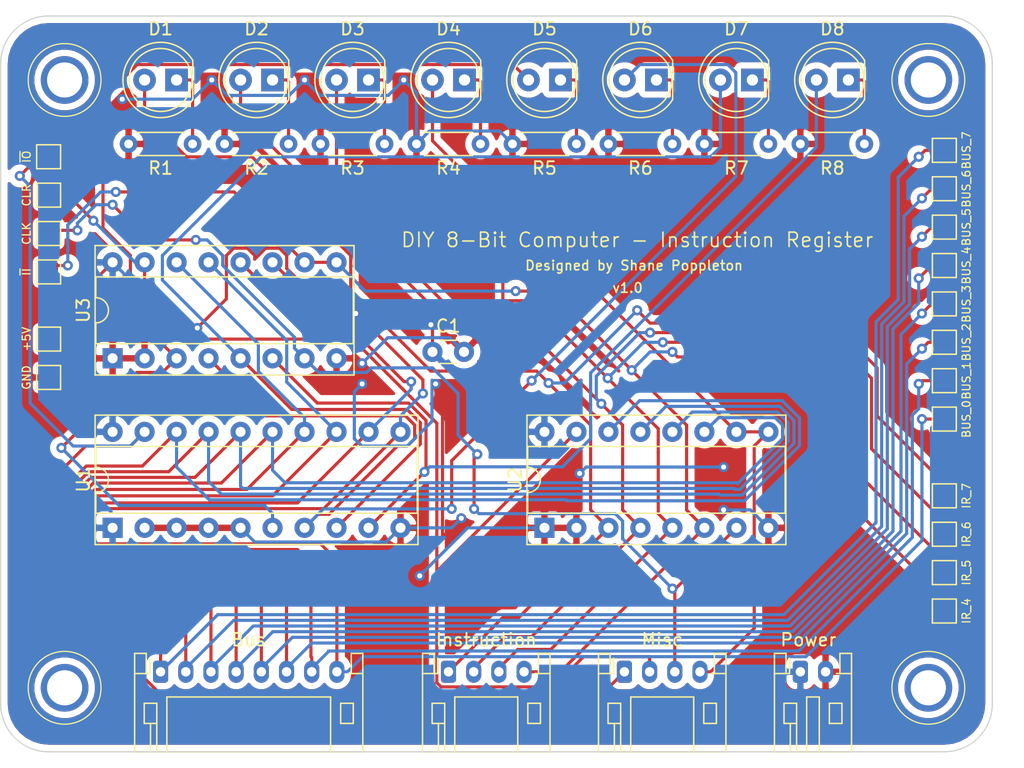
<source format=kicad_pcb>
(kicad_pcb (version 20171130) (host pcbnew "(5.1.2-1)-1")
  (layers (0 F.Cu signal) (31 B.Cu signal) (34 B.Paste user) (35 F.Paste user) (36 B.SilkS user) (37 F.SilkS user) (38 B.Mask user) (39 F.Mask user) (44 Edge.Cuts user))
  (net 0 "")
  (net 1 +5V)
  (net 2 GND)
  (net 3 /IR_7)
  (net 4 /IR_6)
  (net 5 /IR_5)
  (net 6 /IR_4)
  (net 7 /BUS_7)
  (net 8 /BUS_6)
  (net 9 /BUS_5)
  (net 10 /BUS_4)
  (net 11 /BUS_3)
  (net 12 /BUS_2)
  (net 13 /BUS_1)
  (net 14 /BUS_0)
  (net 15 /~II~)
  (net 16 /CLK)
  (net 17 /CLR)
  (net 18 /~IO~)
  (net 19 "Net-(D1-Pad1)")
  (net 20 "Net-(D2-Pad1)")
  (net 21 "Net-(D3-Pad1)")
  (net 22 "Net-(D4-Pad1)")
  (net 23 "Net-(D5-Pad1)")
  (net 24 "Net-(D5-Pad2)")
  (net 25 "Net-(D6-Pad2)")
  (net 26 "Net-(D6-Pad1)")
  (net 27 "Net-(D7-Pad1)")
  (net 28 "Net-(D7-Pad2)")
  (net 29 "Net-(D8-Pad2)")
  (net 30 "Net-(D8-Pad1)")
  (module digikey-footprints:Test-Point-Pin_Drill2.79mm (layer F.Cu) (at 20.32 52.07)
    (fp_text reference REF** hide)
    (fp_text value Test-Point-Pin_Drill2.79mm hide)
    (pad 1 thru_hole circle (at 0 0) (size 3.79 3.79) (drill 2.79) (layers *.Cu *.Mask))
  )
  (module digikey-footprints:Test-Point-Pin_Drill2.79mm (layer F.Cu) (at 88.9 52.07)
    (fp_text reference REF** hide)
    (fp_text value Test-Point-Pin_Drill2.79mm hide)
    (pad 1 thru_hole circle (at 0 0) (size 3.79 3.79) (drill 2.79) (layers *.Cu *.Mask))
  )
  (module digikey-footprints:Test-Point-Pin_Drill2.79mm (layer F.Cu) (at 88.9 100.33)
    (fp_text reference REF** hide)
    (fp_text value Test-Point-Pin_Drill2.79mm hide)
    (pad 1 thru_hole circle (at 0 0) (size 3.79 3.79) (drill 2.79) (layers *.Cu *.Mask))
  )
  (module digikey-footprints:Test-Point-Pin_Drill2.79mm (layer F.Cu) (at 20.32 100.33)
    (fp_text reference REF** hide)
    (fp_text value Test-Point-Pin_Drill2.79mm hide)
    (pad 1 thru_hole circle (at 0 0) (size 3.79 3.79) (drill 2.79) (layers *.Cu *.Mask))
  )
  (module Capacitor_THT:C_Disc_D3.0mm_W1.6mm_P2.50mm (layer F.Cu) (at 49.53 73.66)
    (fp_text reference C1 (at 1.25 -2.05) (layer F.SilkS))
    (fp_text value 100nF)
    (pad 1 thru_hole circle (at 0 0) (size 1.6 1.6) (drill 0.8) (layers *.Cu *.Mask) (net 1 +5V))
    (pad 2 thru_hole circle (at 2.5 0) (size 1.6 1.6) (drill 0.8) (layers *.Cu *.Mask) (net 2 GND))
  )
  (module LED_THT:LED_D5.0mm (layer F.Cu) (at 29.21 52.07 180)
    (fp_text reference D1 (at 1.27 4.064) (layer F.SilkS))
    (fp_text value LED)
    (pad 1 thru_hole rect (at 0 0 180) (size 1.8 1.8) (drill 0.9) (layers *.Cu *.Mask) (net 19 "Net-(D1-Pad1)"))
    (pad 2 thru_hole circle (at 2.54 0 180) (size 1.8 1.8) (drill 0.9) (layers *.Cu *.Mask) (net 3 /IR_7))
  )
  (module LED_THT:LED_D5.0mm (layer F.Cu) (at 36.83 52.07 180)
    (fp_text reference D2 (at 1.27 4.064) (layer F.SilkS))
    (fp_text value LED)
    (pad 2 thru_hole circle (at 2.54 0 180) (size 1.8 1.8) (drill 0.9) (layers *.Cu *.Mask) (net 4 /IR_6))
    (pad 1 thru_hole rect (at 0 0 180) (size 1.8 1.8) (drill 0.9) (layers *.Cu *.Mask) (net 20 "Net-(D2-Pad1)"))
  )
  (module LED_THT:LED_D5.0mm (layer F.Cu) (at 44.45 52.07 180)
    (fp_text reference D3 (at 1.27 4.064) (layer F.SilkS))
    (fp_text value LED)
    (pad 1 thru_hole rect (at 0 0 180) (size 1.8 1.8) (drill 0.9) (layers *.Cu *.Mask) (net 21 "Net-(D3-Pad1)"))
    (pad 2 thru_hole circle (at 2.54 0 180) (size 1.8 1.8) (drill 0.9) (layers *.Cu *.Mask) (net 5 /IR_5))
  )
  (module LED_THT:LED_D5.0mm (layer F.Cu) (at 52.07 52.07 180)
    (fp_text reference D4 (at 1.27 4.064) (layer F.SilkS))
    (fp_text value LED)
    (pad 2 thru_hole circle (at 2.54 0 180) (size 1.8 1.8) (drill 0.9) (layers *.Cu *.Mask) (net 6 /IR_4))
    (pad 1 thru_hole rect (at 0 0 180) (size 1.8 1.8) (drill 0.9) (layers *.Cu *.Mask) (net 22 "Net-(D4-Pad1)"))
  )
  (module LED_THT:LED_D5.0mm (layer F.Cu) (at 59.69 52.07 180)
    (fp_text reference D5 (at 1.27 4.064) (layer F.SilkS))
    (fp_text value LED)
    (pad 1 thru_hole rect (at 0 0 180) (size 1.8 1.8) (drill 0.9) (layers *.Cu *.Mask) (net 23 "Net-(D5-Pad1)"))
    (pad 2 thru_hole circle (at 2.54 0 180) (size 1.8 1.8) (drill 0.9) (layers *.Cu *.Mask) (net 24 "Net-(D5-Pad2)"))
  )
  (module LED_THT:LED_D5.0mm (layer F.Cu) (at 67.31 52.07 180)
    (fp_text reference D6 (at 1.27 4.064) (layer F.SilkS))
    (fp_text value LED)
    (pad 2 thru_hole circle (at 2.54 0 180) (size 1.8 1.8) (drill 0.9) (layers *.Cu *.Mask) (net 25 "Net-(D6-Pad2)"))
    (pad 1 thru_hole rect (at 0 0 180) (size 1.8 1.8) (drill 0.9) (layers *.Cu *.Mask) (net 26 "Net-(D6-Pad1)"))
  )
  (module LED_THT:LED_D5.0mm (layer F.Cu) (at 74.93 52.07 180)
    (fp_text reference D7 (at 1.27 4.064) (layer F.SilkS))
    (fp_text value LED)
    (pad 1 thru_hole rect (at 0 0 180) (size 1.8 1.8) (drill 0.9) (layers *.Cu *.Mask) (net 27 "Net-(D7-Pad1)"))
    (pad 2 thru_hole circle (at 2.54 0 180) (size 1.8 1.8) (drill 0.9) (layers *.Cu *.Mask) (net 28 "Net-(D7-Pad2)"))
  )
  (module LED_THT:LED_D5.0mm (layer F.Cu) (at 82.55 52.07 180)
    (fp_text reference D8 (at 1.27 4.064) (layer F.SilkS))
    (fp_text value LED)
    (pad 2 thru_hole circle (at 2.54 0 180) (size 1.8 1.8) (drill 0.9) (layers *.Cu *.Mask) (net 29 "Net-(D8-Pad2)"))
    (pad 1 thru_hole rect (at 0 0 180) (size 1.8 1.8) (drill 0.9) (layers *.Cu *.Mask) (net 30 "Net-(D8-Pad1)"))
  )
  (module Connector_JST:JST_PH_S8B-PH-K_1x08_P2.00mm_Horizontal (layer F.Cu) (at 27.94 99.06)
    (fp_text reference J1 hide)
    (fp_text value Bus (at 6.985 -2.54) (layer F.SilkS))
    (pad 1 thru_hole roundrect (at 0 0) (size 1.2 1.75) (drill 0.75) (layers *.Cu *.Mask) (roundrect_rratio 0.208333) (net 7 /BUS_7))
    (pad 2 thru_hole oval (at 2 0) (size 1.2 1.75) (drill 0.75) (layers *.Cu *.Mask) (net 8 /BUS_6))
    (pad 3 thru_hole oval (at 4 0) (size 1.2 1.75) (drill 0.75) (layers *.Cu *.Mask) (net 9 /BUS_5))
    (pad 4 thru_hole oval (at 6 0) (size 1.2 1.75) (drill 0.75) (layers *.Cu *.Mask) (net 10 /BUS_4))
    (pad 5 thru_hole oval (at 8 0) (size 1.2 1.75) (drill 0.75) (layers *.Cu *.Mask) (net 11 /BUS_3))
    (pad 6 thru_hole oval (at 10 0) (size 1.2 1.75) (drill 0.75) (layers *.Cu *.Mask) (net 12 /BUS_2))
    (pad 7 thru_hole oval (at 12 0) (size 1.2 1.75) (drill 0.75) (layers *.Cu *.Mask) (net 13 /BUS_1))
    (pad 8 thru_hole oval (at 14 0) (size 1.2 1.75) (drill 0.75) (layers *.Cu *.Mask) (net 14 /BUS_0))
  )
  (module Connector_JST:JST_PH_S4B-PH-K_1x04_P2.00mm_Horizontal (layer F.Cu) (at 50.8 99.06)
    (fp_text reference J2 hide)
    (fp_text value Instruction (at 3 -2.54) (layer F.SilkS))
    (pad 1 thru_hole roundrect (at 0 0) (size 1.2 1.75) (drill 0.75) (layers *.Cu *.Mask) (roundrect_rratio 0.208333) (net 3 /IR_7))
    (pad 2 thru_hole oval (at 2 0) (size 1.2 1.75) (drill 0.75) (layers *.Cu *.Mask) (net 4 /IR_6))
    (pad 3 thru_hole oval (at 4 0) (size 1.2 1.75) (drill 0.75) (layers *.Cu *.Mask) (net 5 /IR_5))
    (pad 4 thru_hole oval (at 6 0) (size 1.2 1.75) (drill 0.75) (layers *.Cu *.Mask) (net 6 /IR_4))
  )
  (module Connector_JST:JST_PH_S4B-PH-K_1x04_P2.00mm_Horizontal (layer F.Cu) (at 64.77 99.06)
    (fp_text reference J3 hide)
    (fp_text value Misc (at 3 -2.54) (layer F.SilkS))
    (pad 4 thru_hole oval (at 6 0) (size 1.2 1.75) (drill 0.75) (layers *.Cu *.Mask) (net 15 /~II~))
    (pad 3 thru_hole oval (at 4 0) (size 1.2 1.75) (drill 0.75) (layers *.Cu *.Mask) (net 16 /CLK))
    (pad 2 thru_hole oval (at 2 0) (size 1.2 1.75) (drill 0.75) (layers *.Cu *.Mask) (net 17 /CLR))
    (pad 1 thru_hole roundrect (at 0 0) (size 1.2 1.75) (drill 0.75) (layers *.Cu *.Mask) (roundrect_rratio 0.208333) (net 18 /~IO~))
  )
  (module Connector_JST:JST_PH_S2B-PH-K_1x02_P2.00mm_Horizontal (layer F.Cu) (at 78.74 99.06)
    (fp_text reference J4 hide)
    (fp_text value Power (at 0.635 -2.54) (layer F.SilkS))
    (pad 1 thru_hole roundrect (at 0 0) (size 1.2 1.75) (drill 0.75) (layers *.Cu *.Mask) (roundrect_rratio 0.208333) (net 1 +5V))
    (pad 2 thru_hole oval (at 2 0) (size 1.2 1.75) (drill 0.75) (layers *.Cu *.Mask) (net 2 GND))
  )
  (module Resistor_THT:R_Axial_DIN0204_L3.6mm_D1.6mm_P5.08mm_Horizontal (layer F.Cu) (at 30.48 57.15 180)
    (fp_text reference R1 (at 2.54 -1.92) (layer F.SilkS))
    (fp_text value 220R)
    (pad 1 thru_hole circle (at 0 0 180) (size 1.4 1.4) (drill 0.7) (layers *.Cu *.Mask) (net 19 "Net-(D1-Pad1)"))
    (pad 2 thru_hole oval (at 5.08 0 180) (size 1.4 1.4) (drill 0.7) (layers *.Cu *.Mask) (net 2 GND))
  )
  (module Resistor_THT:R_Axial_DIN0204_L3.6mm_D1.6mm_P5.08mm_Horizontal (layer F.Cu) (at 38.1 57.15 180)
    (fp_text reference R2 (at 2.54 -1.92) (layer F.SilkS))
    (fp_text value 220R)
    (pad 2 thru_hole oval (at 5.08 0 180) (size 1.4 1.4) (drill 0.7) (layers *.Cu *.Mask) (net 2 GND))
    (pad 1 thru_hole circle (at 0 0 180) (size 1.4 1.4) (drill 0.7) (layers *.Cu *.Mask) (net 20 "Net-(D2-Pad1)"))
  )
  (module Resistor_THT:R_Axial_DIN0204_L3.6mm_D1.6mm_P5.08mm_Horizontal (layer F.Cu) (at 45.72 57.15 180)
    (fp_text reference R3 (at 2.54 -1.92) (layer F.SilkS))
    (fp_text value 220R)
    (pad 1 thru_hole circle (at 0 0 180) (size 1.4 1.4) (drill 0.7) (layers *.Cu *.Mask) (net 21 "Net-(D3-Pad1)"))
    (pad 2 thru_hole oval (at 5.08 0 180) (size 1.4 1.4) (drill 0.7) (layers *.Cu *.Mask) (net 2 GND))
  )
  (module Resistor_THT:R_Axial_DIN0204_L3.6mm_D1.6mm_P5.08mm_Horizontal (layer F.Cu) (at 53.34 57.15 180)
    (fp_text reference R4 (at 2.54 -1.92) (layer F.SilkS))
    (fp_text value 220R)
    (pad 2 thru_hole oval (at 5.08 0 180) (size 1.4 1.4) (drill 0.7) (layers *.Cu *.Mask) (net 2 GND))
    (pad 1 thru_hole circle (at 0 0 180) (size 1.4 1.4) (drill 0.7) (layers *.Cu *.Mask) (net 22 "Net-(D4-Pad1)"))
  )
  (module Resistor_THT:R_Axial_DIN0204_L3.6mm_D1.6mm_P5.08mm_Horizontal (layer F.Cu) (at 60.96 57.15 180)
    (fp_text reference R5 (at 2.54 -1.92) (layer F.SilkS))
    (fp_text value 220R)
    (pad 1 thru_hole circle (at 0 0 180) (size 1.4 1.4) (drill 0.7) (layers *.Cu *.Mask) (net 23 "Net-(D5-Pad1)"))
    (pad 2 thru_hole oval (at 5.08 0 180) (size 1.4 1.4) (drill 0.7) (layers *.Cu *.Mask) (net 2 GND))
  )
  (module Resistor_THT:R_Axial_DIN0204_L3.6mm_D1.6mm_P5.08mm_Horizontal (layer F.Cu) (at 68.58 57.15 180)
    (fp_text reference R6 (at 2.54 -1.92) (layer F.SilkS))
    (fp_text value 220R)
    (pad 2 thru_hole oval (at 5.08 0 180) (size 1.4 1.4) (drill 0.7) (layers *.Cu *.Mask) (net 2 GND))
    (pad 1 thru_hole circle (at 0 0 180) (size 1.4 1.4) (drill 0.7) (layers *.Cu *.Mask) (net 26 "Net-(D6-Pad1)"))
  )
  (module Resistor_THT:R_Axial_DIN0204_L3.6mm_D1.6mm_P5.08mm_Horizontal (layer F.Cu) (at 76.2 57.15 180)
    (fp_text reference R7 (at 2.54 -1.92) (layer F.SilkS))
    (fp_text value 220R)
    (pad 1 thru_hole circle (at 0 0 180) (size 1.4 1.4) (drill 0.7) (layers *.Cu *.Mask) (net 27 "Net-(D7-Pad1)"))
    (pad 2 thru_hole oval (at 5.08 0 180) (size 1.4 1.4) (drill 0.7) (layers *.Cu *.Mask) (net 2 GND))
  )
  (module Resistor_THT:R_Axial_DIN0204_L3.6mm_D1.6mm_P5.08mm_Horizontal (layer F.Cu) (at 83.82 57.15 180)
    (fp_text reference R8 (at 2.54 -1.92) (layer F.SilkS))
    (fp_text value 220R)
    (pad 2 thru_hole oval (at 5.08 0 180) (size 1.4 1.4) (drill 0.7) (layers *.Cu *.Mask) (net 2 GND))
    (pad 1 thru_hole circle (at 0 0 180) (size 1.4 1.4) (drill 0.7) (layers *.Cu *.Mask) (net 30 "Net-(D8-Pad1)"))
  )
  (module Package_DIP:DIP-20_W7.62mm_Socket (layer F.Cu) (at 24.13 87.63 90)
    (fp_text reference U1 (at 3.81 -2.33 90) (layer F.SilkS))
    (fp_text value 74LS245)
    (pad 1 thru_hole rect (at 0 0 90) (size 1.6 1.6) (drill 0.8) (layers *.Cu *.Mask) (net 1 +5V))
    (pad 11 thru_hole oval (at 7.62 22.86 90) (size 1.6 1.6) (drill 0.8) (layers *.Cu *.Mask) (net 14 /BUS_0))
    (pad 2 thru_hole oval (at 0 2.54 90) (size 1.6 1.6) (drill 0.8) (layers *.Cu *.Mask) (net 2 GND))
    (pad 12 thru_hole oval (at 7.62 20.32 90) (size 1.6 1.6) (drill 0.8) (layers *.Cu *.Mask) (net 13 /BUS_1))
    (pad 3 thru_hole oval (at 0 5.08 90) (size 1.6 1.6) (drill 0.8) (layers *.Cu *.Mask) (net 2 GND))
    (pad 13 thru_hole oval (at 7.62 17.78 90) (size 1.6 1.6) (drill 0.8) (layers *.Cu *.Mask) (net 12 /BUS_2))
    (pad 4 thru_hole oval (at 0 7.62 90) (size 1.6 1.6) (drill 0.8) (layers *.Cu *.Mask) (net 2 GND))
    (pad 14 thru_hole oval (at 7.62 15.24 90) (size 1.6 1.6) (drill 0.8) (layers *.Cu *.Mask) (net 11 /BUS_3))
    (pad 5 thru_hole oval (at 0 10.16 90) (size 1.6 1.6) (drill 0.8) (layers *.Cu *.Mask) (net 2 GND))
    (pad 15 thru_hole oval (at 7.62 12.7 90) (size 1.6 1.6) (drill 0.8) (layers *.Cu *.Mask) (net 10 /BUS_4))
    (pad 6 thru_hole oval (at 0 12.7 90) (size 1.6 1.6) (drill 0.8) (layers *.Cu *.Mask) (net 24 "Net-(D5-Pad2)"))
    (pad 16 thru_hole oval (at 7.62 10.16 90) (size 1.6 1.6) (drill 0.8) (layers *.Cu *.Mask) (net 9 /BUS_5))
    (pad 7 thru_hole oval (at 0 15.24 90) (size 1.6 1.6) (drill 0.8) (layers *.Cu *.Mask) (net 25 "Net-(D6-Pad2)"))
    (pad 17 thru_hole oval (at 7.62 7.62 90) (size 1.6 1.6) (drill 0.8) (layers *.Cu *.Mask) (net 8 /BUS_6))
    (pad 8 thru_hole oval (at 0 17.78 90) (size 1.6 1.6) (drill 0.8) (layers *.Cu *.Mask) (net 28 "Net-(D7-Pad2)"))
    (pad 18 thru_hole oval (at 7.62 5.08 90) (size 1.6 1.6) (drill 0.8) (layers *.Cu *.Mask) (net 7 /BUS_7))
    (pad 9 thru_hole oval (at 0 20.32 90) (size 1.6 1.6) (drill 0.8) (layers *.Cu *.Mask) (net 29 "Net-(D8-Pad2)"))
    (pad 19 thru_hole oval (at 7.62 2.54 90) (size 1.6 1.6) (drill 0.8) (layers *.Cu *.Mask) (net 18 /~IO~))
    (pad 10 thru_hole oval (at 0 22.86 90) (size 1.6 1.6) (drill 0.8) (layers *.Cu *.Mask) (net 2 GND))
    (pad 20 thru_hole oval (at 7.62 0 90) (size 1.6 1.6) (drill 0.8) (layers *.Cu *.Mask) (net 1 +5V))
  )
  (module Package_DIP:DIP-16_W7.62mm_Socket (layer F.Cu) (at 58.42 87.63 90)
    (fp_text reference U2 (at 3.81 -2.33 90) (layer F.SilkS))
    (fp_text value 74LS173)
    (pad 1 thru_hole rect (at 0 0 90) (size 1.6 1.6) (drill 0.8) (layers *.Cu *.Mask) (net 2 GND))
    (pad 9 thru_hole oval (at 7.62 17.78 90) (size 1.6 1.6) (drill 0.8) (layers *.Cu *.Mask) (net 15 /~II~))
    (pad 2 thru_hole oval (at 0 2.54 90) (size 1.6 1.6) (drill 0.8) (layers *.Cu *.Mask) (net 2 GND))
    (pad 10 thru_hole oval (at 7.62 15.24 90) (size 1.6 1.6) (drill 0.8) (layers *.Cu *.Mask) (net 15 /~II~))
    (pad 3 thru_hole oval (at 0 5.08 90) (size 1.6 1.6) (drill 0.8) (layers *.Cu *.Mask) (net 3 /IR_7))
    (pad 11 thru_hole oval (at 7.62 12.7 90) (size 1.6 1.6) (drill 0.8) (layers *.Cu *.Mask) (net 10 /BUS_4))
    (pad 4 thru_hole oval (at 0 7.62 90) (size 1.6 1.6) (drill 0.8) (layers *.Cu *.Mask) (net 4 /IR_6))
    (pad 12 thru_hole oval (at 7.62 10.16 90) (size 1.6 1.6) (drill 0.8) (layers *.Cu *.Mask) (net 9 /BUS_5))
    (pad 5 thru_hole oval (at 0 10.16 90) (size 1.6 1.6) (drill 0.8) (layers *.Cu *.Mask) (net 5 /IR_5))
    (pad 13 thru_hole oval (at 7.62 7.62 90) (size 1.6 1.6) (drill 0.8) (layers *.Cu *.Mask) (net 8 /BUS_6))
    (pad 6 thru_hole oval (at 0 12.7 90) (size 1.6 1.6) (drill 0.8) (layers *.Cu *.Mask) (net 6 /IR_4))
    (pad 14 thru_hole oval (at 7.62 5.08 90) (size 1.6 1.6) (drill 0.8) (layers *.Cu *.Mask) (net 7 /BUS_7))
    (pad 7 thru_hole oval (at 0 15.24 90) (size 1.6 1.6) (drill 0.8) (layers *.Cu *.Mask) (net 16 /CLK))
    (pad 15 thru_hole oval (at 7.62 2.54 90) (size 1.6 1.6) (drill 0.8) (layers *.Cu *.Mask) (net 17 /CLR))
    (pad 8 thru_hole oval (at 0 17.78 90) (size 1.6 1.6) (drill 0.8) (layers *.Cu *.Mask) (net 2 GND))
    (pad 16 thru_hole oval (at 7.62 0 90) (size 1.6 1.6) (drill 0.8) (layers *.Cu *.Mask) (net 1 +5V))
  )
  (module Package_DIP:DIP-16_W7.62mm_Socket (layer F.Cu) (at 24.13 74.168 90)
    (fp_text reference U3 (at 3.81 -2.33 90) (layer F.SilkS))
    (fp_text value 74LS173)
    (pad 16 thru_hole oval (at 7.62 0 90) (size 1.6 1.6) (drill 0.8) (layers *.Cu *.Mask) (net 1 +5V))
    (pad 8 thru_hole oval (at 0 17.78 90) (size 1.6 1.6) (drill 0.8) (layers *.Cu *.Mask) (net 2 GND))
    (pad 15 thru_hole oval (at 7.62 2.54 90) (size 1.6 1.6) (drill 0.8) (layers *.Cu *.Mask) (net 17 /CLR))
    (pad 7 thru_hole oval (at 0 15.24 90) (size 1.6 1.6) (drill 0.8) (layers *.Cu *.Mask) (net 16 /CLK))
    (pad 14 thru_hole oval (at 7.62 5.08 90) (size 1.6 1.6) (drill 0.8) (layers *.Cu *.Mask) (net 11 /BUS_3))
    (pad 6 thru_hole oval (at 0 12.7 90) (size 1.6 1.6) (drill 0.8) (layers *.Cu *.Mask) (net 29 "Net-(D8-Pad2)"))
    (pad 13 thru_hole oval (at 7.62 7.62 90) (size 1.6 1.6) (drill 0.8) (layers *.Cu *.Mask) (net 12 /BUS_2))
    (pad 5 thru_hole oval (at 0 10.16 90) (size 1.6 1.6) (drill 0.8) (layers *.Cu *.Mask) (net 28 "Net-(D7-Pad2)"))
    (pad 12 thru_hole oval (at 7.62 10.16 90) (size 1.6 1.6) (drill 0.8) (layers *.Cu *.Mask) (net 13 /BUS_1))
    (pad 4 thru_hole oval (at 0 7.62 90) (size 1.6 1.6) (drill 0.8) (layers *.Cu *.Mask) (net 25 "Net-(D6-Pad2)"))
    (pad 11 thru_hole oval (at 7.62 12.7 90) (size 1.6 1.6) (drill 0.8) (layers *.Cu *.Mask) (net 14 /BUS_0))
    (pad 3 thru_hole oval (at 0 5.08 90) (size 1.6 1.6) (drill 0.8) (layers *.Cu *.Mask) (net 24 "Net-(D5-Pad2)"))
    (pad 10 thru_hole oval (at 7.62 15.24 90) (size 1.6 1.6) (drill 0.8) (layers *.Cu *.Mask) (net 15 /~II~))
    (pad 2 thru_hole oval (at 0 2.54 90) (size 1.6 1.6) (drill 0.8) (layers *.Cu *.Mask) (net 2 GND))
    (pad 9 thru_hole oval (at 7.62 17.78 90) (size 1.6 1.6) (drill 0.8) (layers *.Cu *.Mask) (net 15 /~II~))
    (pad 1 thru_hole rect (at 0 0 90) (size 1.6 1.6) (drill 0.8) (layers *.Cu *.Mask) (net 2 GND))
  )
  (module TestPoint:TestPoint_Pad_1.5x1.5mm (layer F.Cu) (at 90.17 57.658 90)
    (fp_text reference TP1 hide)
    (fp_text value BUS_7 (at 0 1.75 90) (layer F.SilkS) (effects (font (size 0.635 0.635) (thickness 0.1016))))
    (pad 1 smd rect (at 0 0 90) (size 1.5 1.5) (layers F.Cu F.Mask) (net 7 /BUS_7))
  )
  (module TestPoint:TestPoint_Pad_1.5x1.5mm (layer F.Cu) (at 90.17 60.706 90)
    (fp_text reference TP2 hide)
    (fp_text value BUS_6 (at 0 1.75 90) (layer F.SilkS) (effects (font (size 0.635 0.635) (thickness 0.1016))))
    (pad 1 smd rect (at 0 0 90) (size 1.5 1.5) (layers F.Cu F.Mask) (net 8 /BUS_6))
  )
  (module TestPoint:TestPoint_Pad_1.5x1.5mm (layer F.Cu) (at 90.17 63.754 90)
    (fp_text reference TP3 hide)
    (fp_text value BUS_5 (at 0 1.75 90) (layer F.SilkS) (effects (font (size 0.635 0.635) (thickness 0.1016))))
    (pad 1 smd rect (at 0 0 90) (size 1.5 1.5) (layers F.Cu F.Mask) (net 9 /BUS_5))
  )
  (module TestPoint:TestPoint_Pad_1.5x1.5mm (layer F.Cu) (at 90.17 66.802 90)
    (fp_text reference TP4 hide)
    (fp_text value BUS_4 (at 0 1.75 90) (layer F.SilkS) (effects (font (size 0.635 0.635) (thickness 0.1016))))
    (pad 1 smd rect (at 0 0 90) (size 1.5 1.5) (layers F.Cu F.Mask) (net 10 /BUS_4))
  )
  (module TestPoint:TestPoint_Pad_1.5x1.5mm (layer F.Cu) (at 90.17 69.85 90)
    (fp_text reference TP5 hide)
    (fp_text value BUS_3 (at 0 1.75 90) (layer F.SilkS) (effects (font (size 0.635 0.635) (thickness 0.1016))))
    (pad 1 smd rect (at 0 0 90) (size 1.5 1.5) (layers F.Cu F.Mask) (net 11 /BUS_3))
  )
  (module TestPoint:TestPoint_Pad_1.5x1.5mm (layer F.Cu) (at 90.17 72.898 90)
    (fp_text reference TP6 hide)
    (fp_text value BUS_2 (at 0 1.75 90) (layer F.SilkS) (effects (font (size 0.635 0.635) (thickness 0.1016))))
    (pad 1 smd rect (at 0 0 90) (size 1.5 1.5) (layers F.Cu F.Mask) (net 12 /BUS_2))
  )
  (module TestPoint:TestPoint_Pad_1.5x1.5mm (layer F.Cu) (at 90.17 75.946 90)
    (fp_text reference TP7 hide)
    (fp_text value BUS_1 (at 0 1.75 90) (layer F.SilkS) (effects (font (size 0.635 0.635) (thickness 0.1016))))
    (pad 1 smd rect (at 0 0 90) (size 1.5 1.5) (layers F.Cu F.Mask) (net 13 /BUS_1))
  )
  (module TestPoint:TestPoint_Pad_1.5x1.5mm (layer F.Cu) (at 90.17 78.994 90)
    (fp_text reference TP8 hide)
    (fp_text value BUS_0 (at 0 1.75 90) (layer F.SilkS) (effects (font (size 0.635 0.635) (thickness 0.1016))))
    (pad 1 smd rect (at 0 0 90) (size 1.5 1.5) (layers F.Cu F.Mask) (net 14 /BUS_0))
  )
  (module TestPoint:TestPoint_Pad_1.5x1.5mm (layer F.Cu) (at 90.17 94.234 90)
    (fp_text reference TP9 hide)
    (fp_text value IR_4 (at 0 1.75 90) (layer F.SilkS) (effects (font (size 0.635 0.635) (thickness 0.1016))))
    (pad 1 smd rect (at 0 0 90) (size 1.5 1.5) (layers F.Cu F.Mask) (net 6 /IR_4))
  )
  (module TestPoint:TestPoint_Pad_1.5x1.5mm (layer F.Cu) (at 90.17 91.186 90)
    (fp_text reference TP10 hide)
    (fp_text value IR_5 (at 0 1.75 90) (layer F.SilkS) (effects (font (size 0.635 0.635) (thickness 0.1016))))
    (pad 1 smd rect (at 0 0 90) (size 1.5 1.5) (layers F.Cu F.Mask) (net 5 /IR_5))
  )
  (module TestPoint:TestPoint_Pad_1.5x1.5mm (layer F.Cu) (at 90.17 88.138 90)
    (fp_text reference TP11 hide)
    (fp_text value IR_6 (at 0 1.75 90) (layer F.SilkS) (effects (font (size 0.635 0.635) (thickness 0.1016))))
    (pad 1 smd rect (at 0 0 90) (size 1.5 1.5) (layers F.Cu F.Mask) (net 4 /IR_6))
  )
  (module TestPoint:TestPoint_Pad_1.5x1.5mm (layer F.Cu) (at 90.17 85.09 90)
    (fp_text reference TP12 hide)
    (fp_text value IR_7 (at 0 1.75 90) (layer F.SilkS) (effects (font (size 0.635 0.635) (thickness 0.1016))))
    (pad 1 smd rect (at 0 0 90) (size 1.5 1.5) (layers F.Cu F.Mask) (net 3 /IR_7))
  )
  (module TestPoint:TestPoint_Pad_1.5x1.5mm (layer F.Cu) (at 19.05 58.166 270)
    (fp_text reference TP13 hide)
    (fp_text value ~IO~ (at 0 1.75 90) (layer F.SilkS) (effects (font (size 0.635 0.635) (thickness 0.1016))))
    (pad 1 smd rect (at 0 0 270) (size 1.5 1.5) (layers F.Cu F.Mask) (net 18 /~IO~))
  )
  (module TestPoint:TestPoint_Pad_1.5x1.5mm (layer F.Cu) (at 19.05 61.214 270)
    (fp_text reference TP14 hide)
    (fp_text value CLR (at 0 1.75 90) (layer F.SilkS) (effects (font (size 0.635 0.635) (thickness 0.1016))))
    (pad 1 smd rect (at 0 0 270) (size 1.5 1.5) (layers F.Cu F.Mask) (net 17 /CLR))
  )
  (module TestPoint:TestPoint_Pad_1.5x1.5mm (layer F.Cu) (at 19.05 64.262 270)
    (fp_text reference TP15 hide)
    (fp_text value CLK (at 0 1.75 90) (layer F.SilkS) (effects (font (size 0.635 0.635) (thickness 0.1016))))
    (pad 1 smd rect (at 0 0 270) (size 1.5 1.5) (layers F.Cu F.Mask) (net 16 /CLK))
  )
  (module TestPoint:TestPoint_Pad_1.5x1.5mm (layer F.Cu) (at 19.05 67.31 270)
    (fp_text reference TP16 hide)
    (fp_text value ~II~ (at 0 1.75 90) (layer F.SilkS) (effects (font (size 0.635 0.635) (thickness 0.1016))))
    (pad 1 smd rect (at 0 0 270) (size 1.5 1.5) (layers F.Cu F.Mask) (net 15 /~II~))
  )
  (module TestPoint:TestPoint_Pad_1.5x1.5mm (layer F.Cu) (at 19.05 72.644 270)
    (fp_text reference TP17 hide)
    (fp_text value +5V (at 0 1.75 90) (layer F.SilkS) (effects (font (size 0.635 0.635) (thickness 0.1016))))
    (pad 1 smd rect (at 0 0 270) (size 1.5 1.5) (layers F.Cu F.Mask) (net 1 +5V))
  )
  (module TestPoint:TestPoint_Pad_1.5x1.5mm (layer F.Cu) (at 19.05 75.692 270)
    (fp_text reference TP18 hide)
    (fp_text value GND (at 0 1.75 90) (layer F.SilkS) (effects (font (size 0.635 0.635) (thickness 0.1016))))
    (pad 1 smd rect (at 0 0 270) (size 1.5 1.5) (layers F.Cu F.Mask) (net 2 GND))
  )
  (gr_text v1.0 (at 65.024 68.58) (layer F.SilkS) (effects (font (size 0.762 0.762) (thickness 0.127))))
  (gr_text "Designed by Shane Poppleton" (at 65.532 66.802) (layer F.SilkS) (effects (font (size 0.762 0.762) (thickness 0.127))))
  (gr_text "DIY 8-Bit Computer - Instruction Register" (at 65.786 64.77) (layer F.SilkS) (effects (font (size 1.143 1.143) (thickness 0.127))))
  (gr_line (start 19.05 105.41) (end 90.17 105.41) (layer Edge.Cuts) (width 0.1))
  (gr_line (start 90.17 46.99) (end 19.05 46.99) (layer Edge.Cuts) (width 0.1))
  (gr_line (start 93.98 50.8) (end 93.98 101.6) (layer Edge.Cuts) (width 0.1))
  (gr_line (start 15.24 50.8) (end 15.24 101.6) (layer Edge.Cuts) (width 0.1))
  (gr_arc (start 90.17 101.6) (end 90.17 105.41) (angle -90) (layer Edge.Cuts) (width 0.1))
  (gr_arc (start 90.17 50.8) (end 93.98 50.8) (angle -90) (layer Edge.Cuts) (width 0.1))
  (gr_arc (start 19.05 50.8) (end 19.05 46.99) (angle -90) (layer Edge.Cuts) (width 0.1))
  (gr_arc (start 19.05 101.6) (end 15.24 101.6) (angle -90) (layer Edge.Cuts) (width 0.1))
  (segment (start 19.05 71.628) (end 19.05 72.644) (width 0.25) (layer F.Cu) (net 1))
  (segment (start 24.13 66.548) (end 19.05 71.628) (width 0.25) (layer F.Cu) (net 1))
  (segment (start 49.53 73.66) (end 49.53 71.628) (width 0.25) (layer F.Cu) (net 1))
  (via (at 30.856347 71.759653) (size 0.8) (drill 0.4) (layers F.Cu B.Cu) (net 1))
  (segment (start 29.341653 71.759653) (end 30.856347 71.759653) (width 0.25) (layer B.Cu) (net 1))
  (segment (start 24.13 66.548) (end 29.341653 71.759653) (width 0.25) (layer B.Cu) (net 1))
  (via (at 43.434 70.612) (size 0.8) (drill 0.4) (layers F.Cu B.Cu) (net 1))
  (segment (start 41.53041 70.612) (end 43.434 70.612) (width 0.25) (layer F.Cu) (net 1))
  (segment (start 37.955001 67.036591) (end 41.53041 70.612) (width 0.25) (layer F.Cu) (net 1))
  (segment (start 37.370001 65.422999) (end 37.955001 66.007999) (width 0.25) (layer F.Cu) (net 1))
  (segment (start 37.955001 66.007999) (end 37.955001 67.036591) (width 0.25) (layer F.Cu) (net 1))
  (segment (start 36.289999 65.422999) (end 37.370001 65.422999) (width 0.25) (layer F.Cu) (net 1))
  (segment (start 33.749999 65.422999) (end 34.830001 65.422999) (width 0.25) (layer F.Cu) (net 1))
  (segment (start 35.415001 66.007999) (end 35.415001 66.297997) (width 0.25) (layer F.Cu) (net 1))
  (segment (start 35.415001 66.297997) (end 36.289999 65.422999) (width 0.25) (layer F.Cu) (net 1))
  (segment (start 34.830001 65.422999) (end 35.415001 66.007999) (width 0.25) (layer F.Cu) (net 1))
  (segment (start 33.164999 69.451001) (end 33.164999 66.007999) (width 0.25) (layer F.Cu) (net 1))
  (segment (start 33.164999 66.007999) (end 33.749999 65.422999) (width 0.25) (layer F.Cu) (net 1))
  (segment (start 30.856347 71.759653) (end 33.164999 69.451001) (width 0.25) (layer F.Cu) (net 1))
  (via (at 49.403 71.501) (size 0.8) (drill 0.4) (layers F.Cu B.Cu) (net 1))
  (segment (start 43.434 70.612) (end 48.514 70.612) (width 0.25) (layer B.Cu) (net 1))
  (segment (start 48.514 70.612) (end 49.403 71.501) (width 0.25) (layer B.Cu) (net 1))
  (segment (start 49.53 71.628) (end 49.403 71.501) (width 0.25) (layer F.Cu) (net 1))
  (via (at 39.37 52.07) (size 0.8) (drill 0.4) (layers F.Cu B.Cu) (net 2))
  (via (at 47.244 52.07) (size 0.8) (drill 0.4) (layers F.Cu B.Cu) (net 2))
  (via (at 32.004 52.07) (size 0.8) (drill 0.4) (layers F.Cu B.Cu) (net 2))
  (via (at 24.892 53.594) (size 0.8) (drill 0.4) (layers F.Cu B.Cu) (net 2))
  (segment (start 45.864999 88.755001) (end 46.190001 88.429999) (width 0.25) (layer B.Cu) (net 2))
  (segment (start 46.190001 88.429999) (end 46.99 87.63) (width 0.25) (layer B.Cu) (net 2))
  (segment (start 35.415001 88.755001) (end 45.864999 88.755001) (width 0.25) (layer B.Cu) (net 2))
  (segment (start 34.29 87.63) (end 35.415001 88.755001) (width 0.25) (layer B.Cu) (net 2))
  (via (at 48.514 91.44) (size 0.8) (drill 0.4) (layers F.Cu B.Cu) (net 2))
  (segment (start 52.324 87.63) (end 48.514 91.44) (width 0.25) (layer B.Cu) (net 2))
  (segment (start 58.42 87.63) (end 52.324 87.63) (width 0.25) (layer B.Cu) (net 2))
  (via (at 72.644 86.207017) (size 0.8) (drill 0.4) (layers F.Cu B.Cu) (net 2))
  (segment (start 74.777017 86.207017) (end 72.644 86.207017) (width 0.25) (layer B.Cu) (net 2))
  (segment (start 76.2 87.63) (end 74.777017 86.207017) (width 0.25) (layer B.Cu) (net 2))
  (via (at 72.644 82.804) (size 0.8) (drill 0.4) (layers F.Cu B.Cu) (net 2))
  (segment (start 72.644 86.207017) (end 72.644 82.804) (width 0.25) (layer F.Cu) (net 2))
  (segment (start 45.975002 72.534999) (end 43.942 74.568001) (width 0.25) (layer B.Cu) (net 2))
  (via (at 43.942 74.568001) (size 0.8) (drill 0.4) (layers F.Cu B.Cu) (net 2))
  (segment (start 50.904999 72.534999) (end 45.975002 72.534999) (width 0.25) (layer B.Cu) (net 2))
  (segment (start 52.03 73.66) (end 50.904999 72.534999) (width 0.25) (layer B.Cu) (net 2))
  (via (at 43.942 76.2) (size 0.8) (drill 0.4) (layers F.Cu B.Cu) (net 2))
  (segment (start 43.942 74.568001) (end 43.942 76.2) (width 0.25) (layer F.Cu) (net 2))
  (via (at 51.816 86.868) (size 0.8) (drill 0.4) (layers F.Cu B.Cu) (net 2))
  (segment (start 51.054 87.63) (end 51.816 86.868) (width 0.25) (layer B.Cu) (net 2))
  (segment (start 46.99 87.63) (end 51.054 87.63) (width 0.25) (layer B.Cu) (net 2))
  (via (at 49.779347 76.204653) (size 0.8) (drill 0.4) (layers F.Cu B.Cu) (net 2))
  (segment (start 50.325 76.750306) (end 49.779347 76.204653) (width 0.25) (layer F.Cu) (net 2))
  (segment (start 50.325 88.359) (end 50.325 76.750306) (width 0.25) (layer F.Cu) (net 2))
  (segment (start 51.816 86.868) (end 50.325 88.359) (width 0.25) (layer F.Cu) (net 2))
  (segment (start 43.542001 76.599999) (end 43.942 76.2) (width 0.25) (layer B.Cu) (net 2))
  (segment (start 43.324999 76.817001) (end 43.542001 76.599999) (width 0.25) (layer B.Cu) (net 2))
  (segment (start 43.909999 81.135001) (end 43.324999 80.550001) (width 0.25) (layer B.Cu) (net 2))
  (segment (start 43.324999 80.550001) (end 43.324999 76.817001) (width 0.25) (layer B.Cu) (net 2))
  (segment (start 49.493001 79.172001) (end 47.530001 81.135001) (width 0.25) (layer B.Cu) (net 2))
  (segment (start 47.530001 81.135001) (end 43.909999 81.135001) (width 0.25) (layer B.Cu) (net 2))
  (segment (start 49.493001 75.918307) (end 49.493001 79.172001) (width 0.25) (layer B.Cu) (net 2))
  (segment (start 49.779347 76.204653) (end 49.493001 75.918307) (width 0.25) (layer B.Cu) (net 2))
  (segment (start 30.48 53.594) (end 24.892 53.594) (width 0.25) (layer B.Cu) (net 2))
  (segment (start 32.004 52.07) (end 30.48 53.594) (width 0.25) (layer B.Cu) (net 2))
  (segment (start 32.403999 52.469999) (end 32.004 52.07) (width 0.25) (layer B.Cu) (net 2))
  (segment (start 33.229001 53.295001) (end 32.403999 52.469999) (width 0.25) (layer B.Cu) (net 2))
  (segment (start 38.144999 53.295001) (end 33.229001 53.295001) (width 0.25) (layer B.Cu) (net 2))
  (segment (start 39.37 52.07) (end 38.144999 53.295001) (width 0.25) (layer B.Cu) (net 2))
  (segment (start 46.844001 52.469999) (end 47.244 52.07) (width 0.25) (layer B.Cu) (net 2))
  (segment (start 46.018999 53.295001) (end 46.844001 52.469999) (width 0.25) (layer B.Cu) (net 2))
  (segment (start 40.595001 53.295001) (end 46.018999 53.295001) (width 0.25) (layer B.Cu) (net 2))
  (segment (start 39.37 52.07) (end 40.595001 53.295001) (width 0.25) (layer B.Cu) (net 2))
  (segment (start 48.959999 56.450001) (end 48.26 57.15) (width 0.25) (layer B.Cu) (net 2))
  (segment (start 49.285001 56.124999) (end 48.959999 56.450001) (width 0.25) (layer B.Cu) (net 2))
  (segment (start 54.854999 56.124999) (end 49.285001 56.124999) (width 0.25) (layer B.Cu) (net 2))
  (segment (start 55.88 57.15) (end 54.854999 56.124999) (width 0.25) (layer B.Cu) (net 2))
  (segment (start 48.26 53.086) (end 47.244 52.07) (width 0.25) (layer B.Cu) (net 2))
  (segment (start 48.26 57.15) (end 48.26 53.086) (width 0.25) (layer B.Cu) (net 2))
  (via (at 61.214 83.312) (size 0.8) (drill 0.4) (layers F.Cu B.Cu) (net 2))
  (segment (start 60.96 83.566) (end 61.214 83.312) (width 0.25) (layer F.Cu) (net 2))
  (segment (start 60.96 87.63) (end 60.96 83.566) (width 0.25) (layer F.Cu) (net 2))
  (segment (start 61.722 82.804) (end 72.644 82.804) (width 0.25) (layer B.Cu) (net 2))
  (segment (start 61.214 83.312) (end 61.722 82.804) (width 0.25) (layer B.Cu) (net 2))
  (segment (start 50.8 99.06) (end 55.118 94.742) (width 0.25) (layer F.Cu) (net 3))
  (segment (start 56.388 94.742) (end 63.5 87.63) (width 0.25) (layer F.Cu) (net 3))
  (segment (start 55.118 94.742) (end 56.388 94.742) (width 0.25) (layer F.Cu) (net 3))
  (segment (start 26.67 53.342792) (end 26.67 52.07) (width 0.25) (layer F.Cu) (net 3))
  (segment (start 26.67 54.857002) (end 26.67 53.342792) (width 0.25) (layer F.Cu) (net 3))
  (segment (start 29.987999 58.175001) (end 26.67 54.857002) (width 0.25) (layer F.Cu) (net 3))
  (segment (start 35.202003 58.175001) (end 29.987999 58.175001) (width 0.25) (layer F.Cu) (net 3))
  (segment (start 43.035001 66.007999) (end 35.202003 58.175001) (width 0.25) (layer F.Cu) (net 3))
  (segment (start 43.035001 68.830003) (end 43.035001 66.007999) (width 0.25) (layer F.Cu) (net 3))
  (segment (start 49.388998 75.184) (end 43.035001 68.830003) (width 0.25) (layer F.Cu) (net 3))
  (segment (start 62.085001 79.469999) (end 58.744501 76.129499) (width 0.25) (layer F.Cu) (net 3))
  (segment (start 62.085001 86.215001) (end 62.085001 81.932999) (width 0.25) (layer F.Cu) (net 3))
  (segment (start 57.799002 75.184) (end 49.388998 75.184) (width 0.25) (layer F.Cu) (net 3))
  (segment (start 63.5 87.63) (end 62.085001 86.215001) (width 0.25) (layer F.Cu) (net 3))
  (segment (start 62.085001 81.932999) (end 62.085001 79.469999) (width 0.25) (layer F.Cu) (net 3))
  (segment (start 58.744501 76.129499) (end 57.799002 75.184) (width 0.25) (layer F.Cu) (net 3))
  (via (at 58.744501 76.129499) (size 0.8) (drill 0.4) (layers F.Cu B.Cu) (net 3))
  (via (at 65.786 70.358) (size 0.8) (drill 0.4) (layers F.Cu B.Cu) (net 3))
  (segment (start 60.014501 76.129499) (end 65.786 70.358) (width 0.25) (layer B.Cu) (net 3))
  (segment (start 58.744501 76.129499) (end 60.014501 76.129499) (width 0.25) (layer B.Cu) (net 3))
  (segment (start 65.786 70.358) (end 66.802 71.374) (width 0.25) (layer F.Cu) (net 3))
  (segment (start 66.802 71.374) (end 81.28 71.374) (width 0.25) (layer F.Cu) (net 3))
  (segment (start 81.28 71.374) (end 84.836 74.93) (width 0.25) (layer F.Cu) (net 3))
  (segment (start 90.17 84.09) (end 90.17 85.09) (width 0.25) (layer F.Cu) (net 3))
  (segment (start 84.836 78.756) (end 90.17 84.09) (width 0.25) (layer F.Cu) (net 3))
  (segment (start 84.836 74.93) (end 84.836 78.756) (width 0.25) (layer F.Cu) (net 3))
  (segment (start 52.8 98.785) (end 55.319 96.266) (width 0.25) (layer F.Cu) (net 4))
  (segment (start 52.8 99.06) (end 52.8 98.785) (width 0.25) (layer F.Cu) (net 4))
  (segment (start 57.404 96.266) (end 66.04 87.63) (width 0.25) (layer F.Cu) (net 4))
  (segment (start 55.319 96.266) (end 57.404 96.266) (width 0.25) (layer F.Cu) (net 4))
  (segment (start 64.625001 79.469999) (end 62.935501 77.780499) (width 0.25) (layer F.Cu) (net 4))
  (segment (start 64.625001 86.215001) (end 64.625001 81.932999) (width 0.25) (layer F.Cu) (net 4))
  (segment (start 66.04 87.63) (end 64.625001 86.215001) (width 0.25) (layer F.Cu) (net 4))
  (segment (start 34.29 53.342792) (end 34.29 52.07) (width 0.25) (layer F.Cu) (net 4))
  (segment (start 34.29 54.857002) (end 34.29 53.342792) (width 0.25) (layer F.Cu) (net 4))
  (segment (start 51.060998 71.628) (end 34.29 54.857002) (width 0.25) (layer F.Cu) (net 4))
  (segment (start 56.783002 71.628) (end 51.060998 71.628) (width 0.25) (layer F.Cu) (net 4))
  (segment (start 64.625001 81.932999) (end 64.625001 79.469999) (width 0.25) (layer F.Cu) (net 4))
  (segment (start 62.935501 77.780499) (end 56.783002 71.628) (width 0.25) (layer F.Cu) (net 4))
  (via (at 62.935501 77.780499) (size 0.8) (drill 0.4) (layers F.Cu B.Cu) (net 4))
  (via (at 66.806653 72.131347) (size 0.8) (drill 0.4) (layers F.Cu B.Cu) (net 4))
  (segment (start 62.535502 75.583496) (end 65.987651 72.131347) (width 0.25) (layer B.Cu) (net 4))
  (segment (start 65.987651 72.131347) (end 66.806653 72.131347) (width 0.25) (layer B.Cu) (net 4))
  (segment (start 62.535502 77.3805) (end 62.535502 75.583496) (width 0.25) (layer B.Cu) (net 4))
  (segment (start 62.935501 77.780499) (end 62.535502 77.3805) (width 0.25) (layer B.Cu) (net 4))
  (segment (start 66.806653 72.131347) (end 80.767347 72.131347) (width 0.25) (layer F.Cu) (net 4))
  (segment (start 90.17 87.138) (end 90.17 88.138) (width 0.25) (layer F.Cu) (net 4))
  (segment (start 84.38599 81.35399) (end 90.17 87.138) (width 0.25) (layer F.Cu) (net 4))
  (segment (start 84.38599 75.74999) (end 84.38599 81.35399) (width 0.25) (layer F.Cu) (net 4))
  (segment (start 80.767347 72.131347) (end 84.38599 75.74999) (width 0.25) (layer F.Cu) (net 4))
  (segment (start 54.8 98.785) (end 56.303 97.282) (width 0.25) (layer F.Cu) (net 5))
  (segment (start 54.8 99.06) (end 54.8 98.785) (width 0.25) (layer F.Cu) (net 5))
  (segment (start 58.928 97.282) (end 68.58 87.63) (width 0.25) (layer F.Cu) (net 5))
  (segment (start 56.303 97.282) (end 58.928 97.282) (width 0.25) (layer F.Cu) (net 5))
  (segment (start 41.91 52.07) (end 41.91 61.214) (width 0.25) (layer F.Cu) (net 5))
  (segment (start 67.454999 86.504999) (end 67.780001 86.830001) (width 0.25) (layer F.Cu) (net 5))
  (segment (start 67.780001 86.830001) (end 68.58 87.63) (width 0.25) (layer F.Cu) (net 5))
  (segment (start 67.454999 79.759997) (end 67.454999 81.643001) (width 0.25) (layer F.Cu) (net 5))
  (segment (start 58.872992 71.17799) (end 63.443501 75.748499) (width 0.25) (layer F.Cu) (net 5))
  (segment (start 51.87399 71.17799) (end 58.872992 71.17799) (width 0.25) (layer F.Cu) (net 5))
  (segment (start 41.91 61.214) (end 51.87399 71.17799) (width 0.25) (layer F.Cu) (net 5))
  (segment (start 67.454999 81.643001) (end 67.454999 86.504999) (width 0.25) (layer F.Cu) (net 5))
  (segment (start 63.443501 75.748499) (end 67.454999 79.759997) (width 0.25) (layer F.Cu) (net 5))
  (via (at 63.443501 75.748499) (size 0.8) (drill 0.4) (layers F.Cu B.Cu) (net 5))
  (segment (start 63.443501 75.748499) (end 66.294 72.898) (width 0.25) (layer B.Cu) (net 5))
  (via (at 67.818 72.898) (size 0.8) (drill 0.4) (layers F.Cu B.Cu) (net 5))
  (segment (start 66.294 72.898) (end 67.818 72.898) (width 0.25) (layer B.Cu) (net 5))
  (segment (start 67.818 72.898) (end 80.518 72.898) (width 0.25) (layer F.Cu) (net 5))
  (segment (start 80.518 72.898) (end 83.566 75.946) (width 0.25) (layer F.Cu) (net 5))
  (segment (start 90.17 90.186) (end 90.17 91.186) (width 0.25) (layer F.Cu) (net 5))
  (segment (start 83.566 83.582) (end 90.17 90.186) (width 0.25) (layer F.Cu) (net 5))
  (segment (start 83.566 75.946) (end 83.566 83.582) (width 0.25) (layer F.Cu) (net 5))
  (segment (start 59.69 99.06) (end 71.12 87.63) (width 0.25) (layer F.Cu) (net 6))
  (segment (start 56.8 99.06) (end 59.69 99.06) (width 0.25) (layer F.Cu) (net 6))
  (segment (start 69.705001 79.469999) (end 65.348501 75.113499) (width 0.25) (layer F.Cu) (net 6))
  (segment (start 69.705001 86.215001) (end 69.705001 81.678999) (width 0.25) (layer F.Cu) (net 6))
  (segment (start 71.12 87.63) (end 69.705001 86.215001) (width 0.25) (layer F.Cu) (net 6))
  (segment (start 59.831002 69.596) (end 55.118 69.596) (width 0.25) (layer F.Cu) (net 6))
  (segment (start 49.53 56.902998) (end 49.53 53.342792) (width 0.25) (layer F.Cu) (net 6))
  (segment (start 49.53 53.342792) (end 49.53 52.07) (width 0.25) (layer F.Cu) (net 6))
  (segment (start 55.118 62.490998) (end 49.53 56.902998) (width 0.25) (layer F.Cu) (net 6))
  (segment (start 55.118 69.596) (end 55.118 62.490998) (width 0.25) (layer F.Cu) (net 6))
  (segment (start 69.705001 81.678999) (end 69.705001 79.469999) (width 0.25) (layer F.Cu) (net 6))
  (segment (start 64.840501 74.605499) (end 59.831002 69.596) (width 0.25) (layer F.Cu) (net 6))
  (segment (start 65.348501 75.113499) (end 64.840501 74.605499) (width 0.25) (layer F.Cu) (net 6))
  (via (at 65.348501 75.113499) (size 0.8) (drill 0.4) (layers F.Cu B.Cu) (net 6))
  (segment (start 65.348501 75.113499) (end 66.802 73.66) (width 0.25) (layer B.Cu) (net 6))
  (via (at 68.58 73.66) (size 0.8) (drill 0.4) (layers F.Cu B.Cu) (net 6))
  (segment (start 66.802 73.66) (end 68.58 73.66) (width 0.25) (layer B.Cu) (net 6))
  (segment (start 68.979999 74.059999) (end 80.917999 74.059999) (width 0.25) (layer F.Cu) (net 6))
  (segment (start 68.58 73.66) (end 68.979999 74.059999) (width 0.25) (layer F.Cu) (net 6))
  (segment (start 80.917999 74.059999) (end 83.11599 76.25799) (width 0.25) (layer F.Cu) (net 6))
  (segment (start 90.17 93.234) (end 90.17 94.234) (width 0.25) (layer F.Cu) (net 6))
  (segment (start 83.11599 86.17999) (end 90.17 93.234) (width 0.25) (layer F.Cu) (net 6))
  (segment (start 83.11599 76.25799) (end 83.11599 86.17999) (width 0.25) (layer F.Cu) (net 6))
  (segment (start 27.94 99.06) (end 27.94 93.320063) (width 0.25) (layer F.Cu) (net 7))
  (segment (start 19.201936 89.696794) (end 19.201937 85.563193) (width 0.25) (layer F.Cu) (net 7))
  (segment (start 21.555193 92.050058) (end 19.201936 89.696794) (width 0.25) (layer F.Cu) (net 7))
  (segment (start 19.201937 85.563193) (end 22.04116 82.72397) (width 0.25) (layer F.Cu) (net 7))
  (segment (start 26.67 92.050063) (end 21.555193 92.050058) (width 0.25) (layer F.Cu) (net 7))
  (segment (start 27.94 93.320063) (end 26.67 92.050063) (width 0.25) (layer F.Cu) (net 7))
  (segment (start 26.49603 82.72397) (end 29.21 80.01) (width 0.25) (layer F.Cu) (net 7))
  (segment (start 22.04116 82.72397) (end 26.49603 82.72397) (width 0.25) (layer F.Cu) (net 7))
  (segment (start 29.21 80.01) (end 29.21 82.804) (width 0.25) (layer B.Cu) (net 7))
  (segment (start 31.80799 85.40199) (end 60.14001 85.40199) (width 0.25) (layer B.Cu) (net 7))
  (segment (start 29.21 82.804) (end 31.80799 85.40199) (width 0.25) (layer B.Cu) (net 7))
  (segment (start 64.299999 79.210001) (end 63.5 80.01) (width 0.25) (layer B.Cu) (net 7))
  (segment (start 65.975031 77.534969) (end 64.299999 79.210001) (width 0.25) (layer B.Cu) (net 7))
  (segment (start 77.299201 77.534969) (end 65.975031 77.534969) (width 0.25) (layer B.Cu) (net 7))
  (segment (start 78.675028 78.910796) (end 77.299201 77.534969) (width 0.25) (layer B.Cu) (net 7))
  (segment (start 78.675029 81.109199) (end 78.675028 78.910796) (width 0.25) (layer B.Cu) (net 7))
  (segment (start 74.302215 85.482017) (end 78.675029 81.109199) (width 0.25) (layer B.Cu) (net 7))
  (segment (start 60.220037 85.482017) (end 74.302215 85.482017) (width 0.25) (layer B.Cu) (net 7))
  (segment (start 60.14001 85.40199) (end 60.220037 85.482017) (width 0.25) (layer B.Cu) (net 7))
  (segment (start 88.646 57.658) (end 88.138 58.166) (width 0.25) (layer F.Cu) (net 7))
  (via (at 88.138 58.166) (size 0.8) (drill 0.4) (layers F.Cu B.Cu) (net 7))
  (segment (start 90.17 57.658) (end 88.646 57.658) (width 0.25) (layer F.Cu) (net 7))
  (segment (start 86.51298 59.79102) (end 86.512979 62.710611) (width 0.25) (layer B.Cu) (net 7))
  (segment (start 88.138 58.166) (end 86.51298 59.79102) (width 0.25) (layer B.Cu) (net 7))
  (segment (start 86.512979 69.508789) (end 84.74354 71.278228) (width 0.25) (layer B.Cu) (net 7))
  (segment (start 86.512979 62.710611) (end 86.512979 69.508789) (width 0.25) (layer B.Cu) (net 7))
  (segment (start 84.74354 71.278228) (end 84.74354 87.21446) (width 0.25) (layer B.Cu) (net 7))
  (segment (start 28.61071 98.38929) (end 27.94 99.06) (width 0.25) (layer B.Cu) (net 7))
  (segment (start 32.47605 94.52395) (end 28.61071 98.38929) (width 0.25) (layer B.Cu) (net 7))
  (segment (start 77.43405 94.52395) (end 32.47605 94.52395) (width 0.25) (layer B.Cu) (net 7))
  (segment (start 84.74354 87.21446) (end 77.43405 94.52395) (width 0.25) (layer B.Cu) (net 7))
  (segment (start 29.94 99.06) (end 29.94 92.838055) (width 0.25) (layer F.Cu) (net 8))
  (segment (start 19.651946 85.749594) (end 22.22756 83.17398) (width 0.25) (layer F.Cu) (net 8))
  (segment (start 28.702 91.600055) (end 21.741594 91.60005) (width 0.25) (layer F.Cu) (net 8))
  (segment (start 19.651945 89.510395) (end 19.651946 85.749594) (width 0.25) (layer F.Cu) (net 8))
  (segment (start 21.741594 91.60005) (end 19.651945 89.510395) (width 0.25) (layer F.Cu) (net 8))
  (segment (start 29.94 92.838055) (end 28.702 91.600055) (width 0.25) (layer F.Cu) (net 8))
  (segment (start 28.58602 83.17398) (end 31.75 80.01) (width 0.25) (layer F.Cu) (net 8))
  (segment (start 22.22756 83.17398) (end 28.58602 83.17398) (width 0.25) (layer F.Cu) (net 8))
  (segment (start 66.839999 79.210001) (end 66.04 80.01) (width 0.25) (layer B.Cu) (net 8))
  (segment (start 77.112801 77.984979) (end 68.065021 77.984979) (width 0.25) (layer B.Cu) (net 8))
  (segment (start 78.225019 79.097197) (end 77.112801 77.984979) (width 0.25) (layer B.Cu) (net 8))
  (segment (start 74.115814 85.032008) (end 78.22502 80.9228) (width 0.25) (layer B.Cu) (net 8))
  (segment (start 78.22502 80.9228) (end 78.225019 79.097197) (width 0.25) (layer B.Cu) (net 8))
  (segment (start 72.36664 85.032008) (end 74.115814 85.032008) (width 0.25) (layer B.Cu) (net 8))
  (segment (start 72.286612 84.95198) (end 72.36664 85.032008) (width 0.25) (layer B.Cu) (net 8))
  (segment (start 32.766 84.95198) (end 72.286612 84.95198) (width 0.25) (layer B.Cu) (net 8))
  (segment (start 31.75 83.93598) (end 32.766 84.95198) (width 0.25) (layer B.Cu) (net 8))
  (segment (start 68.065021 77.984979) (end 66.839999 79.210001) (width 0.25) (layer B.Cu) (net 8))
  (segment (start 31.75 80.01) (end 31.75 83.93598) (width 0.25) (layer B.Cu) (net 8))
  (via (at 88.392 61.468) (size 0.8) (drill 0.4) (layers F.Cu B.Cu) (net 8))
  (segment (start 89.154 60.706) (end 88.392 61.468) (width 0.25) (layer F.Cu) (net 8))
  (segment (start 90.17 60.706) (end 89.154 60.706) (width 0.25) (layer F.Cu) (net 8))
  (segment (start 86.962989 62.897011) (end 86.962989 69.695189) (width 0.25) (layer B.Cu) (net 8))
  (segment (start 86.962989 69.695189) (end 85.19355 71.464628) (width 0.25) (layer B.Cu) (net 8))
  (segment (start 88.392 61.468) (end 86.962989 62.897011) (width 0.25) (layer B.Cu) (net 8))
  (segment (start 85.19355 71.464628) (end 85.19355 87.52081) (width 0.25) (layer B.Cu) (net 8))
  (segment (start 29.94 98.785) (end 29.94 99.06) (width 0.25) (layer B.Cu) (net 8))
  (segment (start 33.75104 94.97396) (end 29.94 98.785) (width 0.25) (layer B.Cu) (net 8))
  (segment (start 77.7404 94.97396) (end 33.75104 94.97396) (width 0.25) (layer B.Cu) (net 8))
  (segment (start 85.19355 87.52081) (end 77.7404 94.97396) (width 0.25) (layer B.Cu) (net 8))
  (segment (start 31.94 99.06) (end 31.94 92.392) (width 0.25) (layer F.Cu) (net 9))
  (segment (start 21.927995 91.150042) (end 20.101954 89.323996) (width 0.25) (layer F.Cu) (net 9))
  (segment (start 20.101955 85.935995) (end 22.41396 83.62399) (width 0.25) (layer F.Cu) (net 9))
  (segment (start 20.101954 89.323996) (end 20.101955 85.935995) (width 0.25) (layer F.Cu) (net 9))
  (segment (start 30.698046 91.150046) (end 21.927995 91.150042) (width 0.25) (layer F.Cu) (net 9))
  (segment (start 31.94 92.392) (end 30.698046 91.150046) (width 0.25) (layer F.Cu) (net 9))
  (segment (start 30.67601 83.62399) (end 34.29 80.01) (width 0.25) (layer F.Cu) (net 9))
  (segment (start 22.41396 83.62399) (end 30.67601 83.62399) (width 0.25) (layer F.Cu) (net 9))
  (segment (start 70.155011 78.434989) (end 69.379999 79.210001) (width 0.25) (layer B.Cu) (net 9))
  (segment (start 77.77501 79.283598) (end 76.926401 78.434989) (width 0.25) (layer B.Cu) (net 9))
  (segment (start 77.775011 80.736401) (end 77.77501 79.283598) (width 0.25) (layer B.Cu) (net 9))
  (segment (start 76.926401 78.434989) (end 70.155011 78.434989) (width 0.25) (layer B.Cu) (net 9))
  (segment (start 73.556611 84.581999) (end 73.929413 84.581999) (width 0.25) (layer B.Cu) (net 9))
  (segment (start 73.476582 84.50197) (end 73.556611 84.581999) (width 0.25) (layer B.Cu) (net 9))
  (segment (start 69.379999 79.210001) (end 68.58 80.01) (width 0.25) (layer B.Cu) (net 9))
  (segment (start 73.929413 84.581999) (end 77.775011 80.736401) (width 0.25) (layer B.Cu) (net 9))
  (segment (start 34.29 80.01) (end 34.29 84.328) (width 0.25) (layer B.Cu) (net 9))
  (segment (start 34.46397 84.50197) (end 73.476582 84.50197) (width 0.25) (layer B.Cu) (net 9))
  (segment (start 34.29 84.328) (end 34.46397 84.50197) (width 0.25) (layer B.Cu) (net 9))
  (via (at 88.392 64.516) (size 0.8) (drill 0.4) (layers F.Cu B.Cu) (net 9))
  (segment (start 89.154 63.754) (end 88.392 64.516) (width 0.25) (layer F.Cu) (net 9))
  (segment (start 90.17 63.754) (end 89.154 63.754) (width 0.25) (layer F.Cu) (net 9))
  (segment (start 87.412999 69.881589) (end 85.64356 71.651028) (width 0.25) (layer B.Cu) (net 9))
  (segment (start 87.412999 65.495001) (end 87.412999 69.881589) (width 0.25) (layer B.Cu) (net 9))
  (segment (start 88.392 64.516) (end 87.412999 65.495001) (width 0.25) (layer B.Cu) (net 9))
  (segment (start 85.64356 71.651028) (end 85.64356 87.70721) (width 0.25) (layer B.Cu) (net 9))
  (segment (start 31.94 98.785) (end 31.94 99.06) (width 0.25) (layer B.Cu) (net 9))
  (segment (start 77.9268 95.42397) (end 35.30103 95.42397) (width 0.25) (layer B.Cu) (net 9))
  (segment (start 35.30103 95.42397) (end 31.94 98.785) (width 0.25) (layer B.Cu) (net 9))
  (segment (start 85.64356 87.70721) (end 77.9268 95.42397) (width 0.25) (layer B.Cu) (net 9))
  (segment (start 33.94 99.06) (end 33.94 91.366037) (width 0.25) (layer F.Cu) (net 10))
  (segment (start 20.551964 86.122396) (end 22.60036 84.074) (width 0.25) (layer F.Cu) (net 10))
  (segment (start 22.114396 90.700034) (end 20.551963 89.137597) (width 0.25) (layer F.Cu) (net 10))
  (segment (start 20.551963 89.137597) (end 20.551964 86.122396) (width 0.25) (layer F.Cu) (net 10))
  (segment (start 33.274 90.700037) (end 22.114396 90.700034) (width 0.25) (layer F.Cu) (net 10))
  (segment (start 33.94 91.366037) (end 33.274 90.700037) (width 0.25) (layer F.Cu) (net 10))
  (segment (start 32.766 84.074) (end 36.83 80.01) (width 0.25) (layer F.Cu) (net 10))
  (segment (start 22.60036 84.074) (end 32.766 84.074) (width 0.25) (layer F.Cu) (net 10))
  (segment (start 72.245001 78.884999) (end 71.919999 79.210001) (width 0.25) (layer B.Cu) (net 10))
  (segment (start 76.740001 78.884999) (end 72.245001 78.884999) (width 0.25) (layer B.Cu) (net 10))
  (segment (start 77.325001 80.550001) (end 77.325001 79.469999) (width 0.25) (layer B.Cu) (net 10))
  (segment (start 37.82396 84.05196) (end 73.662982 84.05196) (width 0.25) (layer B.Cu) (net 10))
  (segment (start 73.743012 84.13199) (end 77.325001 80.550001) (width 0.25) (layer B.Cu) (net 10))
  (segment (start 73.662982 84.05196) (end 73.743012 84.13199) (width 0.25) (layer B.Cu) (net 10))
  (segment (start 36.83 83.058) (end 37.82396 84.05196) (width 0.25) (layer B.Cu) (net 10))
  (segment (start 71.919999 79.210001) (end 71.12 80.01) (width 0.25) (layer B.Cu) (net 10))
  (segment (start 77.325001 79.469999) (end 76.740001 78.884999) (width 0.25) (layer B.Cu) (net 10))
  (segment (start 36.83 80.01) (end 36.83 83.058) (width 0.25) (layer B.Cu) (net 10))
  (via (at 88.138 67.818) (size 0.8) (drill 0.4) (layers F.Cu B.Cu) (net 10))
  (segment (start 89.154 66.802) (end 88.138 67.818) (width 0.25) (layer F.Cu) (net 10))
  (segment (start 90.17 66.802) (end 89.154 66.802) (width 0.25) (layer F.Cu) (net 10))
  (segment (start 33.94 98.785) (end 33.94 99.06) (width 0.25) (layer B.Cu) (net 10))
  (segment (start 36.85102 95.87398) (end 33.94 98.785) (width 0.25) (layer B.Cu) (net 10))
  (segment (start 88.138 69.792998) (end 86.09357 71.837428) (width 0.25) (layer B.Cu) (net 10))
  (segment (start 86.09357 87.89361) (end 78.1132 95.87398) (width 0.25) (layer B.Cu) (net 10))
  (segment (start 86.09357 71.837428) (end 86.09357 87.89361) (width 0.25) (layer B.Cu) (net 10))
  (segment (start 78.1132 95.87398) (end 36.85102 95.87398) (width 0.25) (layer B.Cu) (net 10))
  (segment (start 88.138 67.818) (end 88.138 69.792998) (width 0.25) (layer B.Cu) (net 10))
  (segment (start 35.94 99.06) (end 35.94 91.392028) (width 0.25) (layer F.Cu) (net 11))
  (segment (start 21.001972 88.951198) (end 21.001973 86.308797) (width 0.25) (layer F.Cu) (net 11))
  (segment (start 34.798 90.250028) (end 22.300797 90.250026) (width 0.25) (layer F.Cu) (net 11))
  (segment (start 21.001973 86.308797) (end 22.72877 84.582) (width 0.25) (layer F.Cu) (net 11))
  (segment (start 22.300797 90.250026) (end 21.001972 88.951198) (width 0.25) (layer F.Cu) (net 11))
  (segment (start 35.94 91.392028) (end 34.798 90.250028) (width 0.25) (layer F.Cu) (net 11))
  (segment (start 34.798 84.582) (end 39.37 80.01) (width 0.25) (layer F.Cu) (net 11))
  (segment (start 22.72877 84.582) (end 34.798 84.582) (width 0.25) (layer F.Cu) (net 11))
  (segment (start 35.704999 73.042999) (end 30.009999 67.347999) (width 0.25) (layer B.Cu) (net 11))
  (segment (start 35.704999 75.213629) (end 35.704999 73.042999) (width 0.25) (layer B.Cu) (net 11))
  (segment (start 39.37 78.87863) (end 35.704999 75.213629) (width 0.25) (layer B.Cu) (net 11))
  (segment (start 30.009999 67.347999) (end 29.21 66.548) (width 0.25) (layer B.Cu) (net 11))
  (segment (start 39.37 80.01) (end 39.37 78.87863) (width 0.25) (layer B.Cu) (net 11))
  (via (at 88.392 70.612) (size 0.8) (drill 0.4) (layers F.Cu B.Cu) (net 11))
  (segment (start 89.154 69.85) (end 88.392 70.612) (width 0.25) (layer F.Cu) (net 11))
  (segment (start 90.17 69.85) (end 89.154 69.85) (width 0.25) (layer F.Cu) (net 11))
  (segment (start 86.72998 72.27402) (end 86.72998 87.89361) (width 0.25) (layer B.Cu) (net 11))
  (segment (start 88.392 70.612) (end 86.72998 72.27402) (width 0.25) (layer B.Cu) (net 11))
  (segment (start 35.94 98.785) (end 35.94 99.06) (width 0.25) (layer B.Cu) (net 11))
  (segment (start 38.40101 96.32399) (end 35.94 98.785) (width 0.25) (layer B.Cu) (net 11))
  (segment (start 78.2996 96.32399) (end 38.40101 96.32399) (width 0.25) (layer B.Cu) (net 11))
  (segment (start 86.72998 87.89361) (end 78.2996 96.32399) (width 0.25) (layer B.Cu) (net 11))
  (segment (start 37.94 99.06) (end 37.94 90.910019) (width 0.25) (layer F.Cu) (net 12))
  (segment (start 37.94 90.910019) (end 36.83 89.800019) (width 0.25) (layer F.Cu) (net 12))
  (segment (start 21.451982 86.495198) (end 22.85718 85.09) (width 0.25) (layer F.Cu) (net 12))
  (segment (start 21.451981 88.764799) (end 21.451982 86.495198) (width 0.25) (layer F.Cu) (net 12))
  (segment (start 22.487198 89.800018) (end 21.451981 88.764799) (width 0.25) (layer F.Cu) (net 12))
  (segment (start 36.83 89.800019) (end 22.487198 89.800018) (width 0.25) (layer F.Cu) (net 12))
  (segment (start 36.83 85.09) (end 41.91 80.01) (width 0.25) (layer F.Cu) (net 12))
  (segment (start 22.85718 85.09) (end 36.83 85.09) (width 0.25) (layer F.Cu) (net 12))
  (segment (start 32.549999 67.347999) (end 31.75 66.548) (width 0.25) (layer B.Cu) (net 12))
  (segment (start 37.955001 72.753001) (end 32.549999 67.347999) (width 0.25) (layer B.Cu) (net 12))
  (segment (start 37.955001 76.055001) (end 37.955001 72.753001) (width 0.25) (layer B.Cu) (net 12))
  (segment (start 41.91 80.01) (end 37.955001 76.055001) (width 0.25) (layer B.Cu) (net 12))
  (via (at 88.392 73.406) (size 0.8) (drill 0.4) (layers F.Cu B.Cu) (net 12))
  (segment (start 88.9 72.898) (end 88.392 73.406) (width 0.25) (layer F.Cu) (net 12))
  (segment (start 90.17 72.898) (end 88.9 72.898) (width 0.25) (layer F.Cu) (net 12))
  (segment (start 87.17999 74.61801) (end 87.17999 88.08001) (width 0.25) (layer B.Cu) (net 12))
  (segment (start 88.392 73.406) (end 87.17999 74.61801) (width 0.25) (layer B.Cu) (net 12))
  (segment (start 87.17999 88.08001) (end 78.486 96.774) (width 0.25) (layer B.Cu) (net 12))
  (segment (start 39.951 96.774) (end 37.94 98.785) (width 0.25) (layer B.Cu) (net 12))
  (segment (start 37.94 98.785) (end 37.94 99.06) (width 0.25) (layer B.Cu) (net 12))
  (segment (start 78.486 96.774) (end 39.951 96.774) (width 0.25) (layer B.Cu) (net 12))
  (segment (start 22.927599 85.655991) (end 38.804009 85.655991) (width 0.25) (layer F.Cu) (net 13))
  (segment (start 38.80401 89.35001) (end 22.673599 89.350009) (width 0.25) (layer F.Cu) (net 13))
  (segment (start 39.878 90.424) (end 38.80401 89.35001) (width 0.25) (layer F.Cu) (net 13))
  (segment (start 38.804009 85.655991) (end 44.45 80.01) (width 0.25) (layer F.Cu) (net 13))
  (segment (start 22.673599 89.350009) (end 21.90199 88.5784) (width 0.25) (layer F.Cu) (net 13))
  (segment (start 39.878 97.873) (end 39.878 90.424) (width 0.25) (layer F.Cu) (net 13))
  (segment (start 21.901991 86.681599) (end 22.927599 85.655991) (width 0.25) (layer F.Cu) (net 13))
  (segment (start 21.90199 88.5784) (end 21.901991 86.681599) (width 0.25) (layer F.Cu) (net 13))
  (segment (start 39.94 97.935) (end 39.878 97.873) (width 0.25) (layer F.Cu) (net 13))
  (segment (start 39.94 99.06) (end 39.94 97.935) (width 0.25) (layer F.Cu) (net 13))
  (via (at 47.834 76.018001) (size 0.8) (drill 0.4) (layers F.Cu B.Cu) (net 13))
  (segment (start 47.834 76.626) (end 47.834 76.018001) (width 0.25) (layer B.Cu) (net 13))
  (segment (start 44.45 80.01) (end 47.834 76.626) (width 0.25) (layer B.Cu) (net 13))
  (segment (start 47.268315 76.018001) (end 43.386314 72.136) (width 0.25) (layer F.Cu) (net 13))
  (segment (start 47.834 76.018001) (end 47.268315 76.018001) (width 0.25) (layer F.Cu) (net 13))
  (segment (start 39.878 72.136) (end 34.544 66.802) (width 0.25) (layer F.Cu) (net 13))
  (segment (start 43.386314 72.136) (end 39.878 72.136) (width 0.25) (layer F.Cu) (net 13))
  (segment (start 34.544 66.802) (end 34.29 66.548) (width 0.25) (layer F.Cu) (net 13))
  (via (at 88.138 76.2) (size 0.8) (drill 0.4) (layers F.Cu B.Cu) (net 13))
  (segment (start 88.392 75.946) (end 88.138 76.2) (width 0.25) (layer F.Cu) (net 13))
  (segment (start 90.17 75.946) (end 88.392 75.946) (width 0.25) (layer F.Cu) (net 13))
  (segment (start 39.94 98.785) (end 39.94 99.06) (width 0.25) (layer B.Cu) (net 13))
  (segment (start 41.27402 97.45098) (end 39.94 98.785) (width 0.25) (layer B.Cu) (net 13))
  (segment (start 41.27402 97.40998) (end 41.27402 97.45098) (width 0.25) (layer B.Cu) (net 13))
  (segment (start 88.138 78.174998) (end 87.63 78.682998) (width 0.25) (layer B.Cu) (net 13))
  (segment (start 78.61202 97.40998) (end 41.27402 97.40998) (width 0.25) (layer B.Cu) (net 13))
  (segment (start 87.63 88.392) (end 78.61202 97.40998) (width 0.25) (layer B.Cu) (net 13))
  (segment (start 87.63 78.682998) (end 87.63 88.392) (width 0.25) (layer B.Cu) (net 13))
  (segment (start 88.138 76.2) (end 88.138 78.174998) (width 0.25) (layer B.Cu) (net 13))
  (segment (start 40.894 86.106) (end 46.99 80.01) (width 0.25) (layer F.Cu) (net 14))
  (segment (start 23.114 86.106) (end 40.894 86.106) (width 0.25) (layer F.Cu) (net 14))
  (segment (start 22.352 86.868) (end 23.114 86.106) (width 0.25) (layer F.Cu) (net 14))
  (segment (start 22.352 88.392) (end 22.352 86.868) (width 0.25) (layer F.Cu) (net 14))
  (segment (start 40.64 88.9) (end 22.86 88.9) (width 0.25) (layer F.Cu) (net 14))
  (segment (start 22.86 88.9) (end 22.352 88.392) (width 0.25) (layer F.Cu) (net 14))
  (segment (start 41.94 90.2) (end 40.64 88.9) (width 0.25) (layer F.Cu) (net 14))
  (segment (start 41.94 99.06) (end 41.94 90.2) (width 0.25) (layer F.Cu) (net 14))
  (via (at 48.768 76.962) (size 0.8) (drill 0.4) (layers F.Cu B.Cu) (net 14))
  (segment (start 46.99 78.74) (end 48.768 76.962) (width 0.25) (layer B.Cu) (net 14))
  (segment (start 46.99 80.01) (end 46.99 78.74) (width 0.25) (layer B.Cu) (net 14))
  (segment (start 48.768 75.878999) (end 44.517001 71.628) (width 0.25) (layer F.Cu) (net 14))
  (segment (start 48.768 76.962) (end 48.768 75.878999) (width 0.25) (layer F.Cu) (net 14))
  (segment (start 41.91 71.628) (end 36.83 66.548) (width 0.25) (layer F.Cu) (net 14))
  (segment (start 44.517001 71.628) (end 41.91 71.628) (width 0.25) (layer F.Cu) (net 14))
  (via (at 88.392 78.994) (size 0.8) (drill 0.4) (layers F.Cu B.Cu) (net 14))
  (segment (start 90.17 78.994) (end 88.392 78.994) (width 0.25) (layer F.Cu) (net 14))
  (segment (start 88.392 78.994) (end 88.392 88.646) (width 0.25) (layer B.Cu) (net 14))
  (segment (start 42.79 99.06) (end 41.94 99.06) (width 0.25) (layer B.Cu) (net 14))
  (segment (start 43.99001 97.85999) (end 42.79 99.06) (width 0.25) (layer B.Cu) (net 14))
  (segment (start 79.17801 97.85999) (end 43.99001 97.85999) (width 0.25) (layer B.Cu) (net 14))
  (segment (start 88.392 88.646) (end 79.17801 97.85999) (width 0.25) (layer B.Cu) (net 14))
  (segment (start 76.2 80.01) (end 73.66 80.01) (width 0.25) (layer F.Cu) (net 15))
  (segment (start 75.400001 80.809999) (end 76.2 80.01) (width 0.25) (layer F.Cu) (net 15))
  (segment (start 75.074999 81.135001) (end 75.400001 80.809999) (width 0.25) (layer F.Cu) (net 15))
  (segment (start 71.62 99.06) (end 75.074999 95.605001) (width 0.25) (layer F.Cu) (net 15))
  (segment (start 75.074999 95.605001) (end 75.074999 81.135001) (width 0.25) (layer F.Cu) (net 15))
  (segment (start 70.77 99.06) (end 71.62 99.06) (width 0.25) (layer F.Cu) (net 15))
  (segment (start 39.37 66.548) (end 41.91 66.548) (width 0.25) (layer F.Cu) (net 15))
  (via (at 56.134 68.834) (size 0.8) (drill 0.4) (layers F.Cu B.Cu) (net 15))
  (segment (start 62.484 68.834) (end 56.134 68.834) (width 0.25) (layer F.Cu) (net 15))
  (segment (start 73.66 80.01) (end 62.484 68.834) (width 0.25) (layer F.Cu) (net 15))
  (segment (start 44.196 68.834) (end 41.91 66.548) (width 0.25) (layer B.Cu) (net 15))
  (segment (start 56.134 68.834) (end 44.196 68.834) (width 0.25) (layer B.Cu) (net 15))
  (via (at 24.384 60.96) (size 0.8) (drill 0.4) (layers F.Cu B.Cu) (net 15))
  (segment (start 32.907002 60.96) (end 24.384 60.96) (width 0.25) (layer F.Cu) (net 15))
  (segment (start 33.782 60.96) (end 32.907002 60.96) (width 0.25) (layer F.Cu) (net 15))
  (segment (start 39.37 66.548) (end 33.782 60.96) (width 0.25) (layer F.Cu) (net 15))
  (via (at 20.574 66.802) (size 0.8) (drill 0.4) (layers F.Cu B.Cu) (net 15))
  (segment (start 20.574 63.568588) (end 20.574 66.802) (width 0.25) (layer B.Cu) (net 15))
  (segment (start 23.182588 60.96) (end 20.574 63.568588) (width 0.25) (layer B.Cu) (net 15))
  (segment (start 24.384 60.96) (end 23.182588 60.96) (width 0.25) (layer B.Cu) (net 15))
  (segment (start 19.558 66.802) (end 19.05 67.31) (width 0.25) (layer F.Cu) (net 15))
  (segment (start 20.574 66.802) (end 19.558 66.802) (width 0.25) (layer F.Cu) (net 15))
  (segment (start 68.77 92.52) (end 68.77 99.06) (width 0.25) (layer F.Cu) (net 16))
  (segment (start 73.66 87.63) (end 68.77 92.52) (width 0.25) (layer F.Cu) (net 16))
  (via (at 68.58 92.456) (size 0.8) (drill 0.4) (layers F.Cu B.Cu) (net 16))
  (segment (start 64.625001 88.501001) (end 68.58 92.456) (width 0.25) (layer B.Cu) (net 16))
  (segment (start 39.37 74.168) (end 40.495001 75.293001) (width 0.25) (layer B.Cu) (net 16))
  (segment (start 64.040001 86.504999) (end 64.625001 87.089999) (width 0.25) (layer B.Cu) (net 16))
  (segment (start 62.959999 86.504999) (end 64.040001 86.504999) (width 0.25) (layer B.Cu) (net 16))
  (segment (start 64.625001 87.089999) (end 64.625001 88.501001) (width 0.25) (layer B.Cu) (net 16))
  (via (at 52.832 86.12699) (size 0.8) (drill 0.4) (layers F.Cu B.Cu) (net 16))
  (segment (start 53.210009 86.504999) (end 52.832 86.12699) (width 0.25) (layer B.Cu) (net 16))
  (segment (start 62.959999 86.504999) (end 53.210009 86.504999) (width 0.25) (layer B.Cu) (net 16))
  (via (at 53.086 81.788) (size 0.8) (drill 0.4) (layers F.Cu B.Cu) (net 16))
  (segment (start 52.832 82.042) (end 53.086 81.788) (width 0.25) (layer F.Cu) (net 16))
  (segment (start 52.832 86.12699) (end 52.832 82.042) (width 0.25) (layer F.Cu) (net 16))
  (segment (start 53.086 81.788) (end 51.562 80.264) (width 0.25) (layer B.Cu) (net 16))
  (segment (start 51.562 80.264) (end 51.562 76.962) (width 0.25) (layer B.Cu) (net 16))
  (segment (start 44.653003 74.93) (end 44.290002 75.293001) (width 0.25) (layer B.Cu) (net 16))
  (segment (start 44.290002 75.293001) (end 40.495001 75.293001) (width 0.25) (layer B.Cu) (net 16))
  (segment (start 49.53 74.93) (end 44.653003 74.93) (width 0.25) (layer B.Cu) (net 16))
  (segment (start 51.562 76.962) (end 49.53 74.93) (width 0.25) (layer B.Cu) (net 16))
  (via (at 30.734 64.77) (size 0.8) (drill 0.4) (layers F.Cu B.Cu) (net 16))
  (segment (start 32.875001 66.007999) (end 31.637002 64.77) (width 0.25) (layer B.Cu) (net 16))
  (segment (start 31.637002 64.77) (end 30.734 64.77) (width 0.25) (layer B.Cu) (net 16))
  (segment (start 32.875001 66.798003) (end 32.875001 66.007999) (width 0.25) (layer B.Cu) (net 16))
  (segment (start 39.37 74.168) (end 38.570001 73.368001) (width 0.25) (layer B.Cu) (net 16))
  (segment (start 38.570001 73.368001) (end 38.570001 72.493003) (width 0.25) (layer B.Cu) (net 16))
  (segment (start 38.570001 72.493003) (end 32.875001 66.798003) (width 0.25) (layer B.Cu) (net 16))
  (via (at 24.13 61.976) (size 0.8) (drill 0.4) (layers F.Cu B.Cu) (net 16))
  (segment (start 26.924 64.77) (end 24.13 61.976) (width 0.25) (layer F.Cu) (net 16))
  (segment (start 30.734 64.77) (end 26.924 64.77) (width 0.25) (layer F.Cu) (net 16))
  (via (at 21.336 64.008) (size 0.8) (drill 0.4) (layers F.Cu B.Cu) (net 16))
  (segment (start 22.802998 61.976) (end 21.336 63.442998) (width 0.25) (layer B.Cu) (net 16))
  (segment (start 21.336 63.442998) (end 21.336 64.008) (width 0.25) (layer B.Cu) (net 16))
  (segment (start 24.13 61.976) (end 22.802998 61.976) (width 0.25) (layer B.Cu) (net 16))
  (segment (start 19.304 64.008) (end 19.05 64.262) (width 0.25) (layer F.Cu) (net 16))
  (segment (start 21.336 64.008) (end 19.304 64.008) (width 0.25) (layer F.Cu) (net 16))
  (segment (start 60.160001 80.809999) (end 60.96 80.01) (width 0.25) (layer F.Cu) (net 17))
  (segment (start 49.87499 91.09501) (end 60.160001 80.809999) (width 0.25) (layer F.Cu) (net 17))
  (segment (start 50.21182 100.26001) (end 49.87499 99.92318) (width 0.25) (layer F.Cu) (net 17))
  (segment (start 61.52642 97.85999) (end 59.1264 100.26001) (width 0.25) (layer F.Cu) (net 17))
  (segment (start 49.87499 99.92318) (end 49.87499 91.09501) (width 0.25) (layer F.Cu) (net 17))
  (segment (start 66.69499 97.85999) (end 61.52642 97.85999) (width 0.25) (layer F.Cu) (net 17))
  (segment (start 59.1264 100.26001) (end 50.21182 100.26001) (width 0.25) (layer F.Cu) (net 17))
  (segment (start 66.77 97.935) (end 66.69499 97.85999) (width 0.25) (layer F.Cu) (net 17))
  (segment (start 66.77 99.06) (end 66.77 97.935) (width 0.25) (layer F.Cu) (net 17))
  (segment (start 20.574 61.214) (end 22.606 63.246) (width 0.25) (layer F.Cu) (net 17))
  (via (at 22.606 63.246) (size 0.8) (drill 0.4) (layers F.Cu B.Cu) (net 17))
  (segment (start 19.05 61.214) (end 20.574 61.214) (width 0.25) (layer F.Cu) (net 17))
  (segment (start 25.908 66.548) (end 26.67 66.548) (width 0.25) (layer B.Cu) (net 17))
  (segment (start 22.606 63.246) (end 25.908 66.548) (width 0.25) (layer B.Cu) (net 17))
  (segment (start 26.67 70.612) (end 26.67 66.548) (width 0.25) (layer F.Cu) (net 17))
  (segment (start 28.702 72.644) (end 26.67 70.612) (width 0.25) (layer F.Cu) (net 17))
  (segment (start 49.87499 79.320758) (end 43.198232 72.644) (width 0.25) (layer F.Cu) (net 17))
  (segment (start 43.198232 72.644) (end 28.702 72.644) (width 0.25) (layer F.Cu) (net 17))
  (segment (start 49.87499 91.09501) (end 49.87499 79.320758) (width 0.25) (layer F.Cu) (net 17))
  (segment (start 25.870001 80.809999) (end 26.67 80.01) (width 0.25) (layer F.Cu) (net 18))
  (segment (start 21.988999 81.135001) (end 25.544999 81.135001) (width 0.25) (layer F.Cu) (net 18))
  (segment (start 18.751928 84.372072) (end 21.988999 81.135001) (width 0.25) (layer F.Cu) (net 18))
  (segment (start 18.751928 91.660118) (end 18.751928 84.372072) (width 0.25) (layer F.Cu) (net 18))
  (segment (start 30.72381 103.632) (end 18.751928 91.660118) (width 0.25) (layer F.Cu) (net 18))
  (segment (start 25.544999 81.135001) (end 25.870001 80.809999) (width 0.25) (layer F.Cu) (net 18))
  (segment (start 60.198 103.632) (end 30.72381 103.632) (width 0.25) (layer F.Cu) (net 18))
  (segment (start 64.77 99.06) (end 60.198 103.632) (width 0.25) (layer F.Cu) (net 18))
  (segment (start 20.994003 81.135001) (end 17.583002 77.724) (width 0.25) (layer B.Cu) (net 18))
  (segment (start 25.544999 81.135001) (end 20.994003 81.135001) (width 0.25) (layer B.Cu) (net 18))
  (segment (start 26.67 80.01) (end 25.544999 81.135001) (width 0.25) (layer B.Cu) (net 18))
  (via (at 16.764 59.69) (size 0.8) (drill 0.4) (layers F.Cu B.Cu) (net 18))
  (segment (start 17.583002 60.509002) (end 16.764 59.69) (width 0.25) (layer B.Cu) (net 18))
  (segment (start 17.583002 77.724) (end 17.583002 60.509002) (width 0.25) (layer B.Cu) (net 18))
  (segment (start 18.288 58.166) (end 19.05 58.166) (width 0.25) (layer F.Cu) (net 18))
  (segment (start 16.764 59.69) (end 18.288 58.166) (width 0.25) (layer F.Cu) (net 18))
  (segment (start 30.36 52.07) (end 29.21 52.07) (width 0.25) (layer F.Cu) (net 19))
  (segment (start 30.48 52.19) (end 30.36 52.07) (width 0.25) (layer F.Cu) (net 19))
  (segment (start 30.48 57.15) (end 30.48 52.19) (width 0.25) (layer F.Cu) (net 19))
  (segment (start 37.98 52.07) (end 36.83 52.07) (width 0.25) (layer F.Cu) (net 20))
  (segment (start 38.1 52.19) (end 37.98 52.07) (width 0.25) (layer F.Cu) (net 20))
  (segment (start 38.1 57.15) (end 38.1 52.19) (width 0.25) (layer F.Cu) (net 20))
  (segment (start 45.72 52.19) (end 45.6 52.07) (width 0.25) (layer F.Cu) (net 21))
  (segment (start 45.6 52.07) (end 44.45 52.07) (width 0.25) (layer F.Cu) (net 21))
  (segment (start 45.72 57.15) (end 45.72 52.19) (width 0.25) (layer F.Cu) (net 21))
  (segment (start 53.34 52.19) (end 53.22 52.07) (width 0.25) (layer F.Cu) (net 22))
  (segment (start 53.22 52.07) (end 52.07 52.07) (width 0.25) (layer F.Cu) (net 22))
  (segment (start 53.34 57.15) (end 53.34 52.19) (width 0.25) (layer F.Cu) (net 22))
  (segment (start 60.84 52.07) (end 59.69 52.07) (width 0.25) (layer F.Cu) (net 23))
  (segment (start 60.96 52.19) (end 60.84 52.07) (width 0.25) (layer F.Cu) (net 23))
  (segment (start 60.96 57.15) (end 60.96 52.19) (width 0.25) (layer F.Cu) (net 23))
  (via (at 20.066 81.28) (size 0.8) (drill 0.4) (layers F.Cu B.Cu) (net 24))
  (segment (start 26.052999 75.293001) (end 20.066 81.28) (width 0.25) (layer F.Cu) (net 24))
  (segment (start 28.084999 75.293001) (end 26.052999 75.293001) (width 0.25) (layer F.Cu) (net 24))
  (segment (start 29.21 74.168) (end 28.084999 75.293001) (width 0.25) (layer F.Cu) (net 24))
  (segment (start 25.544999 70.502999) (end 25.544999 66.007999) (width 0.25) (layer F.Cu) (net 24))
  (segment (start 29.21 74.168) (end 25.544999 70.502999) (width 0.25) (layer F.Cu) (net 24))
  (segment (start 36.83 86.49863) (end 36.18337 85.852) (width 0.25) (layer B.Cu) (net 24))
  (segment (start 36.83 87.63) (end 36.83 86.49863) (width 0.25) (layer B.Cu) (net 24))
  (segment (start 24.638 85.852) (end 20.066 81.28) (width 0.25) (layer B.Cu) (net 24))
  (segment (start 36.18337 85.852) (end 24.638 85.852) (width 0.25) (layer B.Cu) (net 24))
  (segment (start 55.924999 50.844999) (end 56.250001 51.170001) (width 0.25) (layer F.Cu) (net 24))
  (segment (start 26.081999 50.844999) (end 55.924999 50.844999) (width 0.25) (layer F.Cu) (net 24))
  (segment (start 23.368 53.558998) (end 26.081999 50.844999) (width 0.25) (layer F.Cu) (net 24))
  (segment (start 56.250001 51.170001) (end 57.15 52.07) (width 0.25) (layer F.Cu) (net 24))
  (segment (start 23.368 63.831) (end 23.368 53.558998) (width 0.25) (layer F.Cu) (net 24))
  (segment (start 25.544999 66.007999) (end 23.368 63.831) (width 0.25) (layer F.Cu) (net 24))
  (segment (start 48.115001 80.550001) (end 48.115001 79.469999) (width 0.25) (layer F.Cu) (net 25))
  (segment (start 41.318988 86.55601) (end 46.739997 81.135001) (width 0.25) (layer F.Cu) (net 25))
  (segment (start 40.44399 86.55601) (end 41.318988 86.55601) (width 0.25) (layer F.Cu) (net 25))
  (segment (start 48.115001 79.469999) (end 47.385002 78.74) (width 0.25) (layer F.Cu) (net 25))
  (segment (start 47.530001 81.135001) (end 48.115001 80.550001) (width 0.25) (layer F.Cu) (net 25))
  (segment (start 46.739997 81.135001) (end 47.530001 81.135001) (width 0.25) (layer F.Cu) (net 25))
  (segment (start 39.37 87.63) (end 40.44399 86.55601) (width 0.25) (layer F.Cu) (net 25))
  (segment (start 36.322 78.74) (end 31.75 74.168) (width 0.25) (layer F.Cu) (net 25))
  (segment (start 47.385002 78.74) (end 36.322 78.74) (width 0.25) (layer F.Cu) (net 25))
  (via (at 51.054 86.12699) (size 0.8) (drill 0.4) (layers F.Cu B.Cu) (net 25))
  (segment (start 41.748008 86.12699) (end 51.054 86.12699) (width 0.25) (layer B.Cu) (net 25))
  (segment (start 40.87301 86.12699) (end 41.748008 86.12699) (width 0.25) (layer B.Cu) (net 25))
  (segment (start 39.37 87.63) (end 40.87301 86.12699) (width 0.25) (layer B.Cu) (net 25))
  (via (at 57.404 75.946) (size 0.8) (drill 0.4) (layers F.Cu B.Cu) (net 25))
  (segment (start 51.054 82.296) (end 57.404 75.946) (width 0.25) (layer F.Cu) (net 25))
  (segment (start 51.054 86.12699) (end 51.054 82.296) (width 0.25) (layer F.Cu) (net 25))
  (segment (start 65.669999 51.170001) (end 64.77 52.07) (width 0.25) (layer B.Cu) (net 25))
  (segment (start 72.978001 50.844999) (end 65.995001 50.844999) (width 0.25) (layer B.Cu) (net 25))
  (segment (start 65.995001 50.844999) (end 65.669999 51.170001) (width 0.25) (layer B.Cu) (net 25))
  (segment (start 73.615001 51.481999) (end 72.978001 50.844999) (width 0.25) (layer B.Cu) (net 25))
  (segment (start 73.615001 59.734999) (end 73.615001 51.481999) (width 0.25) (layer B.Cu) (net 25))
  (segment (start 57.404 75.946) (end 73.615001 59.734999) (width 0.25) (layer B.Cu) (net 25))
  (segment (start 68.46 52.07) (end 67.31 52.07) (width 0.25) (layer F.Cu) (net 26))
  (segment (start 68.58 52.19) (end 68.46 52.07) (width 0.25) (layer F.Cu) (net 26))
  (segment (start 68.58 57.15) (end 68.58 52.19) (width 0.25) (layer F.Cu) (net 26))
  (segment (start 76.08 52.07) (end 74.93 52.07) (width 0.25) (layer F.Cu) (net 27))
  (segment (start 76.2 52.19) (end 76.08 52.07) (width 0.25) (layer F.Cu) (net 27))
  (segment (start 76.2 57.15) (end 76.2 52.19) (width 0.25) (layer F.Cu) (net 27))
  (segment (start 48.565011 79.283599) (end 47.513412 78.232) (width 0.25) (layer F.Cu) (net 28))
  (segment (start 48.565011 80.974989) (end 48.565011 79.283599) (width 0.25) (layer F.Cu) (net 28))
  (segment (start 41.91 87.63) (end 48.565011 80.974989) (width 0.25) (layer F.Cu) (net 28))
  (segment (start 38.354 78.232) (end 34.29 74.168) (width 0.25) (layer F.Cu) (net 28))
  (segment (start 47.513412 78.232) (end 38.354 78.232) (width 0.25) (layer F.Cu) (net 28))
  (segment (start 72.39 53.342792) (end 72.39 52.07) (width 0.25) (layer B.Cu) (net 28))
  (segment (start 72.39 57.397002) (end 72.39 53.342792) (width 0.25) (layer B.Cu) (net 28))
  (segment (start 71.612001 58.175001) (end 72.39 57.397002) (width 0.25) (layer B.Cu) (net 28))
  (segment (start 35.917997 58.175001) (end 71.612001 58.175001) (width 0.25) (layer B.Cu) (net 28))
  (segment (start 28.084999 66.007999) (end 35.917997 58.175001) (width 0.25) (layer B.Cu) (net 28))
  (segment (start 28.084999 67.962999) (end 28.084999 66.007999) (width 0.25) (layer B.Cu) (net 28))
  (segment (start 34.29 74.168) (end 28.084999 67.962999) (width 0.25) (layer B.Cu) (net 28))
  (segment (start 49.01502 83.06498) (end 49.01502 79.097198) (width 0.25) (layer F.Cu) (net 29))
  (segment (start 49.01502 79.097198) (end 47.641822 77.724) (width 0.25) (layer F.Cu) (net 29))
  (segment (start 44.45 87.63) (end 48.895 83.185) (width 0.25) (layer F.Cu) (net 29))
  (segment (start 40.386 77.724) (end 36.83 74.168) (width 0.25) (layer F.Cu) (net 29))
  (segment (start 47.641822 77.724) (end 40.386 77.724) (width 0.25) (layer F.Cu) (net 29))
  (segment (start 48.895 83.185) (end 49.01502 83.06498) (width 0.25) (layer F.Cu) (net 29))
  (via (at 48.895 83.185) (size 0.8) (drill 0.4) (layers F.Cu B.Cu) (net 29))
  (segment (start 80.01 57.397002) (end 80.01 53.342792) (width 0.25) (layer B.Cu) (net 29))
  (segment (start 80.01 53.342792) (end 80.01 52.07) (width 0.25) (layer B.Cu) (net 29))
  (segment (start 62.085001 75.322001) (end 80.01 57.397002) (width 0.25) (layer B.Cu) (net 29))
  (segment (start 62.085001 80.550001) (end 62.085001 75.322001) (width 0.25) (layer B.Cu) (net 29))
  (segment (start 59.850001 82.785001) (end 62.085001 80.550001) (width 0.25) (layer B.Cu) (net 29))
  (segment (start 49.294999 82.785001) (end 59.850001 82.785001) (width 0.25) (layer B.Cu) (net 29))
  (segment (start 48.895 83.185) (end 49.294999 82.785001) (width 0.25) (layer B.Cu) (net 29))
  (segment (start 83.7 52.07) (end 82.55 52.07) (width 0.25) (layer F.Cu) (net 30))
  (segment (start 83.82 52.19) (end 83.7 52.07) (width 0.25) (layer F.Cu) (net 30))
  (segment (start 83.82 57.15) (end 83.82 52.19) (width 0.25) (layer F.Cu) (net 30))
  (zone (net 2) (net_name GND) (layer F.Cu) (connect_pads (clearance 0.508)) (min_thickness 0.254) (fill yes (arc_segments 32) (thermal_gap 0.508) (thermal_bridge_width 0.508))
    (polygon (pts (xy 15.24 45.72) (xy 15.24 106.68) (xy 96.52 106.68) (xy 96.52 45.72)))
  )
  (zone (net 1) (net_name +5V) (layer B.Cu) (connect_pads (clearance 0.508)) (min_thickness 0.254) (fill yes (arc_segments 32) (thermal_gap 0.508) (thermal_bridge_width 0.508))
    (polygon (pts (xy 15.24 45.72) (xy 15.24 106.68) (xy 96.52 106.68) (xy 96.52 45.72)))
  )
)
</source>
